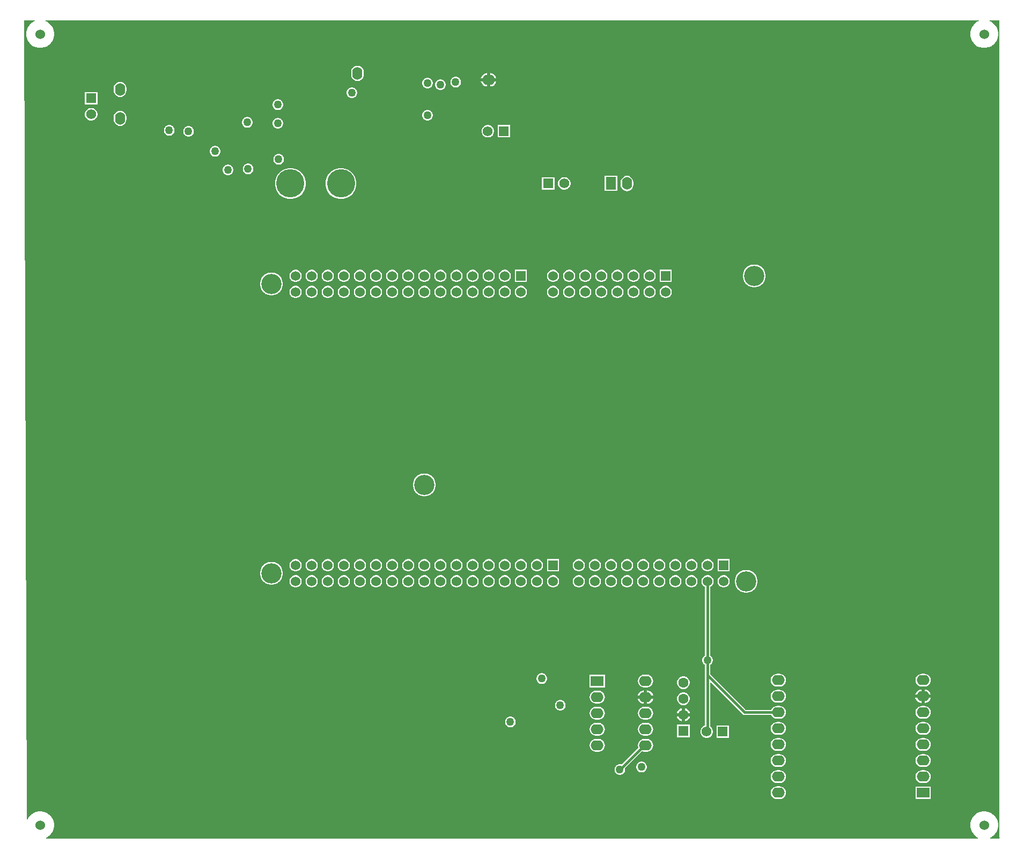
<source format=gbr>
G04*
G04 #@! TF.GenerationSoftware,Altium Limited,Altium Designer,23.0.1 (38)*
G04*
G04 Layer_Physical_Order=3*
G04 Layer_Color=16440176*
%FSLAX25Y25*%
%MOIN*%
G70*
G04*
G04 #@! TF.SameCoordinates,96643D2F-BE8E-4E12-8B93-A60CB91944C5*
G04*
G04*
G04 #@! TF.FilePolarity,Positive*
G04*
G01*
G75*
%ADD29C,0.06181*%
%ADD30R,0.06181X0.06181*%
%ADD31R,0.06181X0.06181*%
%ADD32C,0.01500*%
%ADD33C,0.06000*%
%ADD34C,0.17559*%
%ADD35R,0.06299X0.07874*%
%ADD36O,0.06299X0.07874*%
%ADD37C,0.06024*%
%ADD38R,0.06024X0.06024*%
%ADD39C,0.12598*%
%ADD40O,0.07874X0.06299*%
%ADD41R,0.07874X0.06299*%
%ADD42R,0.06299X0.06299*%
%ADD43C,0.06299*%
%ADD44C,0.05000*%
G36*
X608000Y4000D02*
X608038Y3962D01*
X607847Y3500D01*
X602275D01*
X602178Y3990D01*
X602528Y4135D01*
X603946Y5083D01*
X605153Y6290D01*
X606101Y7708D01*
X606754Y9285D01*
X607087Y10958D01*
Y12664D01*
X606754Y14337D01*
X606101Y15914D01*
X605153Y17332D01*
X603946Y18539D01*
X602528Y19487D01*
X600952Y20140D01*
X599278Y20472D01*
X597572D01*
X595899Y20140D01*
X594322Y19487D01*
X592904Y18539D01*
X591697Y17332D01*
X590750Y15914D01*
X590097Y14337D01*
X589764Y12664D01*
Y10958D01*
X590097Y9285D01*
X590750Y7708D01*
X591697Y6290D01*
X592904Y5083D01*
X594322Y4135D01*
X594672Y3990D01*
X594575Y3500D01*
X15661D01*
X15564Y3990D01*
X15914Y4135D01*
X17332Y5083D01*
X18539Y6290D01*
X19487Y7708D01*
X20140Y9285D01*
X20472Y10958D01*
Y12664D01*
X20140Y14337D01*
X19487Y15914D01*
X18539Y17332D01*
X17332Y18539D01*
X15914Y19487D01*
X14337Y20140D01*
X12664Y20472D01*
X10958D01*
X9285Y20140D01*
X7708Y19487D01*
X6290Y18539D01*
X5083Y17332D01*
X4135Y15914D01*
X3965Y15502D01*
X3464Y15600D01*
X2002Y512344D01*
X2374Y512499D01*
X2502Y512500D01*
X8544D01*
X8643Y512000D01*
X7708Y511613D01*
X6290Y510665D01*
X5083Y509458D01*
X4135Y508040D01*
X3483Y506463D01*
X3150Y504790D01*
Y503084D01*
X3483Y501411D01*
X4135Y499834D01*
X5083Y498416D01*
X6290Y497209D01*
X7708Y496261D01*
X9285Y495608D01*
X10958Y495276D01*
X12664D01*
X14337Y495608D01*
X15914Y496261D01*
X17332Y497209D01*
X18539Y498416D01*
X19487Y499834D01*
X20140Y501411D01*
X20472Y503084D01*
Y504790D01*
X20140Y506463D01*
X19487Y508040D01*
X18539Y509458D01*
X17332Y510665D01*
X15914Y511613D01*
X14979Y512000D01*
X15078Y512500D01*
X595158D01*
X595258Y512000D01*
X594322Y511613D01*
X592904Y510665D01*
X591697Y509458D01*
X590750Y508040D01*
X590097Y506463D01*
X589764Y504790D01*
Y503084D01*
X590097Y501411D01*
X590750Y499834D01*
X591697Y498416D01*
X592904Y497209D01*
X594322Y496261D01*
X595899Y495608D01*
X597572Y495276D01*
X599278D01*
X600952Y495608D01*
X602528Y496261D01*
X603946Y497209D01*
X605153Y498416D01*
X606101Y499834D01*
X606754Y501411D01*
X607087Y503084D01*
Y504790D01*
X606754Y506463D01*
X606101Y508040D01*
X605153Y509458D01*
X603946Y510665D01*
X602528Y511613D01*
X601593Y512000D01*
X601692Y512500D01*
X608000D01*
Y4000D01*
D02*
G37*
%LPC*%
G36*
X291500Y479657D02*
Y476500D01*
X295341D01*
X295330Y476583D01*
X294912Y477593D01*
X294247Y478460D01*
X293380Y479125D01*
X292371Y479543D01*
X291500Y479657D01*
D02*
G37*
G36*
X289500D02*
X288629Y479543D01*
X287620Y479125D01*
X286753Y478460D01*
X286088Y477593D01*
X285670Y476583D01*
X285659Y476500D01*
X289500D01*
Y479657D01*
D02*
G37*
G36*
X209000Y484258D02*
X207972Y484123D01*
X207014Y483726D01*
X206192Y483095D01*
X205561Y482273D01*
X205164Y481315D01*
X205029Y480287D01*
Y478713D01*
X205164Y477685D01*
X205561Y476727D01*
X206192Y475905D01*
X207014Y475274D01*
X207972Y474877D01*
X209000Y474742D01*
X210028Y474877D01*
X210985Y475274D01*
X211808Y475905D01*
X212439Y476727D01*
X212836Y477685D01*
X212971Y478713D01*
Y480287D01*
X212836Y481315D01*
X212439Y482273D01*
X211808Y483095D01*
X210985Y483726D01*
X210028Y484123D01*
X209000Y484258D01*
D02*
G37*
G36*
X295341Y474500D02*
X291500D01*
Y471343D01*
X292371Y471457D01*
X293380Y471875D01*
X294247Y472541D01*
X294912Y473407D01*
X295330Y474417D01*
X295341Y474500D01*
D02*
G37*
G36*
X289500D02*
X285659D01*
X285670Y474417D01*
X286088Y473407D01*
X286753Y472541D01*
X287620Y471875D01*
X288629Y471457D01*
X289500Y471343D01*
Y474500D01*
D02*
G37*
G36*
X270433Y477287D02*
X269567D01*
X268731Y477063D01*
X267982Y476631D01*
X267369Y476018D01*
X266937Y475269D01*
X266713Y474433D01*
Y473567D01*
X266937Y472731D01*
X267369Y471981D01*
X267982Y471369D01*
X268731Y470937D01*
X269567Y470713D01*
X270433D01*
X271269Y470937D01*
X272019Y471369D01*
X272631Y471981D01*
X273063Y472731D01*
X273287Y473567D01*
Y474433D01*
X273063Y475269D01*
X272631Y476018D01*
X272019Y476631D01*
X271269Y477063D01*
X270433Y477287D01*
D02*
G37*
G36*
X252933Y476787D02*
X252067D01*
X251231Y476563D01*
X250482Y476131D01*
X249869Y475519D01*
X249437Y474769D01*
X249213Y473933D01*
Y473067D01*
X249437Y472231D01*
X249869Y471482D01*
X250482Y470869D01*
X251231Y470437D01*
X252067Y470213D01*
X252933D01*
X253769Y470437D01*
X254519Y470869D01*
X255131Y471482D01*
X255563Y472231D01*
X255787Y473067D01*
Y473933D01*
X255563Y474769D01*
X255131Y475519D01*
X254519Y476131D01*
X253769Y476563D01*
X252933Y476787D01*
D02*
G37*
G36*
X260933Y475787D02*
X260067D01*
X259231Y475563D01*
X258482Y475131D01*
X257869Y474518D01*
X257437Y473769D01*
X257213Y472933D01*
Y472067D01*
X257437Y471231D01*
X257869Y470481D01*
X258482Y469869D01*
X259231Y469437D01*
X260067Y469213D01*
X260933D01*
X261769Y469437D01*
X262519Y469869D01*
X263131Y470481D01*
X263563Y471231D01*
X263787Y472067D01*
Y472933D01*
X263563Y473769D01*
X263131Y474518D01*
X262519Y475131D01*
X261769Y475563D01*
X260933Y475787D01*
D02*
G37*
G36*
X61500Y474258D02*
X60472Y474123D01*
X59514Y473726D01*
X58692Y473095D01*
X58061Y472273D01*
X57664Y471315D01*
X57529Y470287D01*
Y468713D01*
X57664Y467685D01*
X58061Y466727D01*
X58692Y465905D01*
X59514Y465274D01*
X60472Y464877D01*
X61500Y464742D01*
X62528Y464877D01*
X63485Y465274D01*
X64308Y465905D01*
X64939Y466727D01*
X65336Y467685D01*
X65471Y468713D01*
Y470287D01*
X65336Y471315D01*
X64939Y472273D01*
X64308Y473095D01*
X63485Y473726D01*
X62528Y474123D01*
X61500Y474258D01*
D02*
G37*
G36*
X205933Y470787D02*
X205067D01*
X204231Y470563D01*
X203482Y470131D01*
X202869Y469519D01*
X202437Y468769D01*
X202213Y467933D01*
Y467067D01*
X202437Y466231D01*
X202869Y465482D01*
X203482Y464869D01*
X204231Y464437D01*
X205067Y464213D01*
X205933D01*
X206769Y464437D01*
X207519Y464869D01*
X208131Y465482D01*
X208563Y466231D01*
X208787Y467067D01*
Y467933D01*
X208563Y468769D01*
X208131Y469519D01*
X207519Y470131D01*
X206769Y470563D01*
X205933Y470787D01*
D02*
G37*
G36*
X47378Y467878D02*
X39622D01*
Y460122D01*
X47378D01*
Y467878D01*
D02*
G37*
G36*
X159933Y463287D02*
X159067D01*
X158231Y463063D01*
X157482Y462631D01*
X156869Y462018D01*
X156437Y461269D01*
X156213Y460433D01*
Y459567D01*
X156437Y458731D01*
X156869Y457981D01*
X157482Y457369D01*
X158231Y456937D01*
X159067Y456713D01*
X159933D01*
X160769Y456937D01*
X161519Y457369D01*
X162131Y457981D01*
X162563Y458731D01*
X162787Y459567D01*
Y460433D01*
X162563Y461269D01*
X162131Y462018D01*
X161519Y462631D01*
X160769Y463063D01*
X159933Y463287D01*
D02*
G37*
G36*
X252933Y456787D02*
X252067D01*
X251231Y456563D01*
X250482Y456131D01*
X249869Y455518D01*
X249437Y454769D01*
X249213Y453933D01*
Y453067D01*
X249437Y452231D01*
X249869Y451481D01*
X250482Y450869D01*
X251231Y450437D01*
X252067Y450213D01*
X252933D01*
X253769Y450437D01*
X254519Y450869D01*
X255131Y451481D01*
X255563Y452231D01*
X255787Y453067D01*
Y453933D01*
X255563Y454769D01*
X255131Y455518D01*
X254519Y456131D01*
X253769Y456563D01*
X252933Y456787D01*
D02*
G37*
G36*
X44010Y457878D02*
X42990D01*
X42003Y457614D01*
X41119Y457103D01*
X40397Y456381D01*
X39886Y455497D01*
X39622Y454510D01*
Y453489D01*
X39886Y452503D01*
X40397Y451619D01*
X41119Y450897D01*
X42003Y450386D01*
X42990Y450122D01*
X44010D01*
X44997Y450386D01*
X45881Y450897D01*
X46603Y451619D01*
X47114Y452503D01*
X47378Y453489D01*
Y454510D01*
X47114Y455497D01*
X46603Y456381D01*
X45881Y457103D01*
X44997Y457614D01*
X44010Y457878D01*
D02*
G37*
G36*
X61500Y456258D02*
X60472Y456123D01*
X59514Y455726D01*
X58692Y455095D01*
X58061Y454273D01*
X57664Y453315D01*
X57529Y452287D01*
Y450713D01*
X57664Y449685D01*
X58061Y448727D01*
X58692Y447905D01*
X59514Y447274D01*
X60472Y446877D01*
X61500Y446742D01*
X62528Y446877D01*
X63485Y447274D01*
X64308Y447905D01*
X64939Y448727D01*
X65336Y449685D01*
X65471Y450713D01*
Y452287D01*
X65336Y453315D01*
X64939Y454273D01*
X64308Y455095D01*
X63485Y455726D01*
X62528Y456123D01*
X61500Y456258D01*
D02*
G37*
G36*
X140933Y452287D02*
X140067D01*
X139231Y452063D01*
X138481Y451631D01*
X137869Y451018D01*
X137437Y450269D01*
X137213Y449433D01*
Y448567D01*
X137437Y447731D01*
X137869Y446981D01*
X138481Y446369D01*
X139231Y445937D01*
X140067Y445713D01*
X140933D01*
X141769Y445937D01*
X142518Y446369D01*
X143131Y446981D01*
X143563Y447731D01*
X143787Y448567D01*
Y449433D01*
X143563Y450269D01*
X143131Y451018D01*
X142518Y451631D01*
X141769Y452063D01*
X140933Y452287D01*
D02*
G37*
G36*
X159933Y451787D02*
X159067D01*
X158231Y451563D01*
X157482Y451131D01*
X156869Y450519D01*
X156437Y449769D01*
X156213Y448933D01*
Y448067D01*
X156437Y447231D01*
X156869Y446482D01*
X157482Y445869D01*
X158231Y445437D01*
X159067Y445213D01*
X159933D01*
X160769Y445437D01*
X161519Y445869D01*
X162131Y446482D01*
X162563Y447231D01*
X162787Y448067D01*
Y448933D01*
X162563Y449769D01*
X162131Y450519D01*
X161519Y451131D01*
X160769Y451563D01*
X159933Y451787D01*
D02*
G37*
G36*
X92433Y447287D02*
X91567D01*
X90731Y447063D01*
X89982Y446631D01*
X89369Y446019D01*
X88937Y445269D01*
X88713Y444433D01*
Y443567D01*
X88937Y442731D01*
X89369Y441982D01*
X89982Y441369D01*
X90731Y440937D01*
X91567Y440713D01*
X92433D01*
X93269Y440937D01*
X94019Y441369D01*
X94631Y441982D01*
X95063Y442731D01*
X95287Y443567D01*
Y444433D01*
X95063Y445269D01*
X94631Y446019D01*
X94019Y446631D01*
X93269Y447063D01*
X92433Y447287D01*
D02*
G37*
G36*
X104433Y446787D02*
X103567D01*
X102731Y446563D01*
X101981Y446131D01*
X101369Y445518D01*
X100937Y444769D01*
X100713Y443933D01*
Y443067D01*
X100937Y442231D01*
X101369Y441481D01*
X101981Y440869D01*
X102731Y440437D01*
X103567Y440213D01*
X104433D01*
X105269Y440437D01*
X106018Y440869D01*
X106631Y441481D01*
X107063Y442231D01*
X107287Y443067D01*
Y443933D01*
X107063Y444769D01*
X106631Y445518D01*
X106018Y446131D01*
X105269Y446563D01*
X104433Y446787D01*
D02*
G37*
G36*
X303878Y447378D02*
X296122D01*
Y439622D01*
X303878D01*
Y447378D01*
D02*
G37*
G36*
X290511D02*
X289490D01*
X288503Y447114D01*
X287619Y446603D01*
X286897Y445881D01*
X286386Y444997D01*
X286122Y444010D01*
Y442989D01*
X286386Y442003D01*
X286897Y441119D01*
X287619Y440397D01*
X288503Y439886D01*
X289490Y439622D01*
X290511D01*
X291497Y439886D01*
X292381Y440397D01*
X293103Y441119D01*
X293614Y442003D01*
X293878Y442989D01*
Y444010D01*
X293614Y444997D01*
X293103Y445881D01*
X292381Y446603D01*
X291497Y447114D01*
X290511Y447378D01*
D02*
G37*
G36*
X120933Y434287D02*
X120067D01*
X119231Y434063D01*
X118482Y433631D01*
X117869Y433018D01*
X117437Y432269D01*
X117213Y431433D01*
Y430567D01*
X117437Y429731D01*
X117869Y428981D01*
X118482Y428369D01*
X119231Y427937D01*
X120067Y427713D01*
X120933D01*
X121769Y427937D01*
X122519Y428369D01*
X123131Y428981D01*
X123563Y429731D01*
X123787Y430567D01*
Y431433D01*
X123563Y432269D01*
X123131Y433018D01*
X122519Y433631D01*
X121769Y434063D01*
X120933Y434287D01*
D02*
G37*
G36*
X160433Y429287D02*
X159567D01*
X158731Y429063D01*
X157982Y428631D01*
X157369Y428019D01*
X156937Y427269D01*
X156713Y426433D01*
Y425567D01*
X156937Y424731D01*
X157369Y423982D01*
X157982Y423369D01*
X158731Y422937D01*
X159567Y422713D01*
X160433D01*
X161269Y422937D01*
X162019Y423369D01*
X162631Y423982D01*
X163063Y424731D01*
X163287Y425567D01*
Y426433D01*
X163063Y427269D01*
X162631Y428019D01*
X162019Y428631D01*
X161269Y429063D01*
X160433Y429287D01*
D02*
G37*
G36*
X141433Y423287D02*
X140567D01*
X139731Y423063D01*
X138981Y422631D01*
X138369Y422018D01*
X137937Y421269D01*
X137713Y420433D01*
Y419567D01*
X137937Y418731D01*
X138369Y417981D01*
X138981Y417369D01*
X139731Y416937D01*
X140567Y416713D01*
X141433D01*
X142269Y416937D01*
X143018Y417369D01*
X143631Y417981D01*
X144063Y418731D01*
X144287Y419567D01*
Y420433D01*
X144063Y421269D01*
X143631Y422018D01*
X143018Y422631D01*
X142269Y423063D01*
X141433Y423287D01*
D02*
G37*
G36*
X128933Y422787D02*
X128067D01*
X127231Y422563D01*
X126481Y422131D01*
X125869Y421519D01*
X125437Y420769D01*
X125213Y419933D01*
Y419067D01*
X125437Y418231D01*
X125869Y417482D01*
X126481Y416869D01*
X127231Y416437D01*
X128067Y416213D01*
X128933D01*
X129769Y416437D01*
X130518Y416869D01*
X131131Y417482D01*
X131563Y418231D01*
X131787Y419067D01*
Y419933D01*
X131563Y420769D01*
X131131Y421519D01*
X130518Y422131D01*
X129769Y422563D01*
X128933Y422787D01*
D02*
G37*
G36*
X338011Y414878D02*
X336989D01*
X336003Y414614D01*
X335119Y414103D01*
X334397Y413381D01*
X333886Y412497D01*
X333622Y411511D01*
Y410490D01*
X333886Y409503D01*
X334397Y408619D01*
X335119Y407897D01*
X336003Y407386D01*
X336989Y407122D01*
X338011D01*
X338997Y407386D01*
X339881Y407897D01*
X340603Y408619D01*
X341114Y409503D01*
X341378Y410490D01*
Y411511D01*
X341114Y412497D01*
X340603Y413381D01*
X339881Y414103D01*
X338997Y414614D01*
X338011Y414878D01*
D02*
G37*
G36*
X331378D02*
X323622D01*
Y407122D01*
X331378D01*
Y414878D01*
D02*
G37*
G36*
X370437Y415724D02*
X362563D01*
Y406276D01*
X370437D01*
Y415724D01*
D02*
G37*
G36*
X376500Y415758D02*
X375472Y415623D01*
X374515Y415226D01*
X373692Y414595D01*
X373061Y413773D01*
X372664Y412815D01*
X372529Y411787D01*
Y410213D01*
X372664Y409185D01*
X373061Y408227D01*
X373692Y407405D01*
X374515Y406774D01*
X375472Y406377D01*
X376500Y406242D01*
X377528Y406377D01*
X378485Y406774D01*
X379308Y407405D01*
X379939Y408227D01*
X380336Y409185D01*
X380471Y410213D01*
Y411787D01*
X380336Y412815D01*
X379939Y413773D01*
X379308Y414595D01*
X378485Y415226D01*
X377528Y415623D01*
X376500Y415758D01*
D02*
G37*
G36*
X199690Y420567D02*
X197806D01*
X195958Y420199D01*
X194216Y419478D01*
X192649Y418431D01*
X191317Y417099D01*
X190270Y415532D01*
X189549Y413791D01*
X189181Y411942D01*
Y410058D01*
X189549Y408209D01*
X190270Y406468D01*
X191317Y404901D01*
X192649Y403569D01*
X194216Y402522D01*
X195958Y401801D01*
X197806Y401433D01*
X199690D01*
X201539Y401801D01*
X203280Y402522D01*
X204847Y403569D01*
X206179Y404901D01*
X207226Y406468D01*
X207947Y408209D01*
X208315Y410058D01*
Y411942D01*
X207947Y413791D01*
X207226Y415532D01*
X206179Y417099D01*
X204847Y418431D01*
X203280Y419478D01*
X201539Y420199D01*
X199690Y420567D01*
D02*
G37*
G36*
X168194D02*
X166310D01*
X164461Y420199D01*
X162720Y419478D01*
X161153Y418431D01*
X159821Y417099D01*
X158774Y415532D01*
X158053Y413791D01*
X157685Y411942D01*
Y410058D01*
X158053Y408209D01*
X158774Y406468D01*
X159821Y404901D01*
X161153Y403569D01*
X162720Y402522D01*
X164461Y401801D01*
X166310Y401433D01*
X168194D01*
X170043Y401801D01*
X171784Y402522D01*
X173351Y403569D01*
X174683Y404901D01*
X175730Y406468D01*
X176451Y408209D01*
X176819Y410058D01*
Y411942D01*
X176451Y413791D01*
X175730Y415532D01*
X174683Y417099D01*
X173351Y418431D01*
X171784Y419478D01*
X170043Y420199D01*
X168194Y420567D01*
D02*
G37*
G36*
X404319Y357299D02*
X396721D01*
Y349701D01*
X404319D01*
Y357299D01*
D02*
G37*
G36*
X391020D02*
X390019D01*
X389053Y357040D01*
X388187Y356540D01*
X387480Y355833D01*
X386979Y354966D01*
X386720Y354000D01*
Y353000D01*
X386979Y352034D01*
X387480Y351167D01*
X388187Y350460D01*
X389053Y349960D01*
X390019Y349701D01*
X391020D01*
X391986Y349960D01*
X392852Y350460D01*
X393560Y351167D01*
X394060Y352034D01*
X394319Y353000D01*
Y354000D01*
X394060Y354966D01*
X393560Y355833D01*
X392852Y356540D01*
X391986Y357040D01*
X391020Y357299D01*
D02*
G37*
G36*
X381020D02*
X380019D01*
X379053Y357040D01*
X378187Y356540D01*
X377480Y355833D01*
X376979Y354966D01*
X376720Y354000D01*
Y353000D01*
X376979Y352034D01*
X377480Y351167D01*
X378187Y350460D01*
X379053Y349960D01*
X380019Y349701D01*
X381020D01*
X381986Y349960D01*
X382853Y350460D01*
X383560Y351167D01*
X384060Y352034D01*
X384319Y353000D01*
Y354000D01*
X384060Y354966D01*
X383560Y355833D01*
X382853Y356540D01*
X381986Y357040D01*
X381020Y357299D01*
D02*
G37*
G36*
X371020D02*
X370020D01*
X369053Y357040D01*
X368187Y356540D01*
X367480Y355833D01*
X366979Y354966D01*
X366721Y354000D01*
Y353000D01*
X366979Y352034D01*
X367480Y351167D01*
X368187Y350460D01*
X369053Y349960D01*
X370020Y349701D01*
X371020D01*
X371986Y349960D01*
X372852Y350460D01*
X373560Y351167D01*
X374060Y352034D01*
X374319Y353000D01*
Y354000D01*
X374060Y354966D01*
X373560Y355833D01*
X372852Y356540D01*
X371986Y357040D01*
X371020Y357299D01*
D02*
G37*
G36*
X361020D02*
X360019D01*
X359053Y357040D01*
X358187Y356540D01*
X357480Y355833D01*
X356979Y354966D01*
X356720Y354000D01*
Y353000D01*
X356979Y352034D01*
X357480Y351167D01*
X358187Y350460D01*
X359053Y349960D01*
X360019Y349701D01*
X361020D01*
X361986Y349960D01*
X362853Y350460D01*
X363560Y351167D01*
X364060Y352034D01*
X364319Y353000D01*
Y354000D01*
X364060Y354966D01*
X363560Y355833D01*
X362853Y356540D01*
X361986Y357040D01*
X361020Y357299D01*
D02*
G37*
G36*
X351020D02*
X350020D01*
X349053Y357040D01*
X348187Y356540D01*
X347480Y355833D01*
X346979Y354966D01*
X346721Y354000D01*
Y353000D01*
X346979Y352034D01*
X347480Y351167D01*
X348187Y350460D01*
X349053Y349960D01*
X350020Y349701D01*
X351020D01*
X351986Y349960D01*
X352853Y350460D01*
X353560Y351167D01*
X354060Y352034D01*
X354319Y353000D01*
Y354000D01*
X354060Y354966D01*
X353560Y355833D01*
X352853Y356540D01*
X351986Y357040D01*
X351020Y357299D01*
D02*
G37*
G36*
X341020D02*
X340019D01*
X339053Y357040D01*
X338187Y356540D01*
X337480Y355833D01*
X336979Y354966D01*
X336720Y354000D01*
Y353000D01*
X336979Y352034D01*
X337480Y351167D01*
X338187Y350460D01*
X339053Y349960D01*
X340019Y349701D01*
X341020D01*
X341986Y349960D01*
X342852Y350460D01*
X343560Y351167D01*
X344060Y352034D01*
X344319Y353000D01*
Y354000D01*
X344060Y354966D01*
X343560Y355833D01*
X342852Y356540D01*
X341986Y357040D01*
X341020Y357299D01*
D02*
G37*
G36*
X331020D02*
X330019D01*
X329053Y357040D01*
X328187Y356540D01*
X327480Y355833D01*
X326979Y354966D01*
X326720Y354000D01*
Y353000D01*
X326979Y352034D01*
X327480Y351167D01*
X328187Y350460D01*
X329053Y349960D01*
X330019Y349701D01*
X331020D01*
X331986Y349960D01*
X332853Y350460D01*
X333560Y351167D01*
X334060Y352034D01*
X334319Y353000D01*
Y354000D01*
X334060Y354966D01*
X333560Y355833D01*
X332853Y356540D01*
X331986Y357040D01*
X331020Y357299D01*
D02*
G37*
G36*
X314319D02*
X306720D01*
Y349701D01*
X314319D01*
Y357299D01*
D02*
G37*
G36*
X301020D02*
X300020D01*
X299053Y357040D01*
X298187Y356540D01*
X297480Y355833D01*
X296979Y354966D01*
X296721Y354000D01*
Y353000D01*
X296979Y352034D01*
X297480Y351167D01*
X298187Y350460D01*
X299053Y349960D01*
X300020Y349701D01*
X301020D01*
X301986Y349960D01*
X302853Y350460D01*
X303560Y351167D01*
X304060Y352034D01*
X304319Y353000D01*
Y354000D01*
X304060Y354966D01*
X303560Y355833D01*
X302853Y356540D01*
X301986Y357040D01*
X301020Y357299D01*
D02*
G37*
G36*
X291020D02*
X290019D01*
X289053Y357040D01*
X288187Y356540D01*
X287480Y355833D01*
X286979Y354966D01*
X286720Y354000D01*
Y353000D01*
X286979Y352034D01*
X287480Y351167D01*
X288187Y350460D01*
X289053Y349960D01*
X290019Y349701D01*
X291020D01*
X291986Y349960D01*
X292852Y350460D01*
X293560Y351167D01*
X294060Y352034D01*
X294319Y353000D01*
Y354000D01*
X294060Y354966D01*
X293560Y355833D01*
X292852Y356540D01*
X291986Y357040D01*
X291020Y357299D01*
D02*
G37*
G36*
X281020D02*
X280019D01*
X279053Y357040D01*
X278187Y356540D01*
X277480Y355833D01*
X276979Y354966D01*
X276720Y354000D01*
Y353000D01*
X276979Y352034D01*
X277480Y351167D01*
X278187Y350460D01*
X279053Y349960D01*
X280019Y349701D01*
X281020D01*
X281986Y349960D01*
X282853Y350460D01*
X283560Y351167D01*
X284060Y352034D01*
X284319Y353000D01*
Y354000D01*
X284060Y354966D01*
X283560Y355833D01*
X282853Y356540D01*
X281986Y357040D01*
X281020Y357299D01*
D02*
G37*
G36*
X271020D02*
X270020D01*
X269053Y357040D01*
X268187Y356540D01*
X267480Y355833D01*
X266979Y354966D01*
X266721Y354000D01*
Y353000D01*
X266979Y352034D01*
X267480Y351167D01*
X268187Y350460D01*
X269053Y349960D01*
X270020Y349701D01*
X271020D01*
X271986Y349960D01*
X272852Y350460D01*
X273560Y351167D01*
X274060Y352034D01*
X274319Y353000D01*
Y354000D01*
X274060Y354966D01*
X273560Y355833D01*
X272852Y356540D01*
X271986Y357040D01*
X271020Y357299D01*
D02*
G37*
G36*
X261020D02*
X260019D01*
X259053Y357040D01*
X258187Y356540D01*
X257480Y355833D01*
X256979Y354966D01*
X256720Y354000D01*
Y353000D01*
X256979Y352034D01*
X257480Y351167D01*
X258187Y350460D01*
X259053Y349960D01*
X260019Y349701D01*
X261020D01*
X261986Y349960D01*
X262853Y350460D01*
X263560Y351167D01*
X264060Y352034D01*
X264319Y353000D01*
Y354000D01*
X264060Y354966D01*
X263560Y355833D01*
X262853Y356540D01*
X261986Y357040D01*
X261020Y357299D01*
D02*
G37*
G36*
X251020D02*
X250020D01*
X249053Y357040D01*
X248187Y356540D01*
X247480Y355833D01*
X246979Y354966D01*
X246721Y354000D01*
Y353000D01*
X246979Y352034D01*
X247480Y351167D01*
X248187Y350460D01*
X249053Y349960D01*
X250020Y349701D01*
X251020D01*
X251986Y349960D01*
X252853Y350460D01*
X253560Y351167D01*
X254060Y352034D01*
X254319Y353000D01*
Y354000D01*
X254060Y354966D01*
X253560Y355833D01*
X252853Y356540D01*
X251986Y357040D01*
X251020Y357299D01*
D02*
G37*
G36*
X241020D02*
X240019D01*
X239053Y357040D01*
X238187Y356540D01*
X237480Y355833D01*
X236979Y354966D01*
X236720Y354000D01*
Y353000D01*
X236979Y352034D01*
X237480Y351167D01*
X238187Y350460D01*
X239053Y349960D01*
X240019Y349701D01*
X241020D01*
X241986Y349960D01*
X242852Y350460D01*
X243560Y351167D01*
X244060Y352034D01*
X244319Y353000D01*
Y354000D01*
X244060Y354966D01*
X243560Y355833D01*
X242852Y356540D01*
X241986Y357040D01*
X241020Y357299D01*
D02*
G37*
G36*
X231020D02*
X230019D01*
X229053Y357040D01*
X228187Y356540D01*
X227480Y355833D01*
X226979Y354966D01*
X226720Y354000D01*
Y353000D01*
X226979Y352034D01*
X227480Y351167D01*
X228187Y350460D01*
X229053Y349960D01*
X230019Y349701D01*
X231020D01*
X231986Y349960D01*
X232853Y350460D01*
X233560Y351167D01*
X234060Y352034D01*
X234319Y353000D01*
Y354000D01*
X234060Y354966D01*
X233560Y355833D01*
X232853Y356540D01*
X231986Y357040D01*
X231020Y357299D01*
D02*
G37*
G36*
X221020D02*
X220020D01*
X219053Y357040D01*
X218187Y356540D01*
X217480Y355833D01*
X216979Y354966D01*
X216721Y354000D01*
Y353000D01*
X216979Y352034D01*
X217480Y351167D01*
X218187Y350460D01*
X219053Y349960D01*
X220020Y349701D01*
X221020D01*
X221986Y349960D01*
X222852Y350460D01*
X223560Y351167D01*
X224060Y352034D01*
X224319Y353000D01*
Y354000D01*
X224060Y354966D01*
X223560Y355833D01*
X222852Y356540D01*
X221986Y357040D01*
X221020Y357299D01*
D02*
G37*
G36*
X211020D02*
X210019D01*
X209053Y357040D01*
X208187Y356540D01*
X207480Y355833D01*
X206979Y354966D01*
X206720Y354000D01*
Y353000D01*
X206979Y352034D01*
X207480Y351167D01*
X208187Y350460D01*
X209053Y349960D01*
X210019Y349701D01*
X211020D01*
X211986Y349960D01*
X212853Y350460D01*
X213560Y351167D01*
X214060Y352034D01*
X214319Y353000D01*
Y354000D01*
X214060Y354966D01*
X213560Y355833D01*
X212853Y356540D01*
X211986Y357040D01*
X211020Y357299D01*
D02*
G37*
G36*
X201020D02*
X200020D01*
X199053Y357040D01*
X198187Y356540D01*
X197480Y355833D01*
X196979Y354966D01*
X196721Y354000D01*
Y353000D01*
X196979Y352034D01*
X197480Y351167D01*
X198187Y350460D01*
X199053Y349960D01*
X200020Y349701D01*
X201020D01*
X201986Y349960D01*
X202853Y350460D01*
X203560Y351167D01*
X204060Y352034D01*
X204319Y353000D01*
Y354000D01*
X204060Y354966D01*
X203560Y355833D01*
X202853Y356540D01*
X201986Y357040D01*
X201020Y357299D01*
D02*
G37*
G36*
X191020D02*
X190020D01*
X189053Y357040D01*
X188187Y356540D01*
X187480Y355833D01*
X186979Y354966D01*
X186721Y354000D01*
Y353000D01*
X186979Y352034D01*
X187480Y351167D01*
X188187Y350460D01*
X189053Y349960D01*
X190020Y349701D01*
X191020D01*
X191986Y349960D01*
X192852Y350460D01*
X193560Y351167D01*
X194060Y352034D01*
X194319Y353000D01*
Y354000D01*
X194060Y354966D01*
X193560Y355833D01*
X192852Y356540D01*
X191986Y357040D01*
X191020Y357299D01*
D02*
G37*
G36*
X181020D02*
X180019D01*
X179053Y357040D01*
X178187Y356540D01*
X177480Y355833D01*
X176979Y354966D01*
X176720Y354000D01*
Y353000D01*
X176979Y352034D01*
X177480Y351167D01*
X178187Y350460D01*
X179053Y349960D01*
X180019Y349701D01*
X181020D01*
X181986Y349960D01*
X182852Y350460D01*
X183560Y351167D01*
X184060Y352034D01*
X184319Y353000D01*
Y354000D01*
X184060Y354966D01*
X183560Y355833D01*
X182852Y356540D01*
X181986Y357040D01*
X181020Y357299D01*
D02*
G37*
G36*
X171020D02*
X170019D01*
X169053Y357040D01*
X168187Y356540D01*
X167480Y355833D01*
X166979Y354966D01*
X166720Y354000D01*
Y353000D01*
X166979Y352034D01*
X167480Y351167D01*
X168187Y350460D01*
X169053Y349960D01*
X170019Y349701D01*
X171020D01*
X171986Y349960D01*
X172853Y350460D01*
X173560Y351167D01*
X174060Y352034D01*
X174319Y353000D01*
Y354000D01*
X174060Y354966D01*
X173560Y355833D01*
X172853Y356540D01*
X171986Y357040D01*
X171020Y357299D01*
D02*
G37*
G36*
X456218Y360587D02*
X454822D01*
X453453Y360314D01*
X452163Y359780D01*
X451002Y359004D01*
X450015Y358017D01*
X449240Y356857D01*
X448705Y355567D01*
X448433Y354198D01*
Y352802D01*
X448705Y351433D01*
X449240Y350143D01*
X450015Y348983D01*
X451002Y347995D01*
X452163Y347220D01*
X453453Y346686D01*
X454822Y346413D01*
X456218D01*
X457587Y346686D01*
X458877Y347220D01*
X460037Y347995D01*
X461024Y348983D01*
X461800Y350143D01*
X462334Y351433D01*
X462606Y352802D01*
Y354198D01*
X462334Y355567D01*
X461800Y356857D01*
X461024Y358017D01*
X460037Y359004D01*
X458877Y359780D01*
X457587Y360314D01*
X456218Y360587D01*
D02*
G37*
G36*
X156218Y355587D02*
X154822D01*
X153453Y355314D01*
X152163Y354780D01*
X151002Y354005D01*
X150015Y353017D01*
X149240Y351857D01*
X148705Y350567D01*
X148433Y349198D01*
Y347802D01*
X148705Y346433D01*
X149240Y345143D01*
X150015Y343983D01*
X151002Y342996D01*
X152163Y342220D01*
X153453Y341686D01*
X154822Y341413D01*
X156218D01*
X157587Y341686D01*
X158877Y342220D01*
X160037Y342996D01*
X161024Y343983D01*
X161800Y345143D01*
X162334Y346433D01*
X162606Y347802D01*
Y349198D01*
X162334Y350567D01*
X161800Y351857D01*
X161024Y353017D01*
X160037Y354005D01*
X158877Y354780D01*
X157587Y355314D01*
X156218Y355587D01*
D02*
G37*
G36*
X401020Y347299D02*
X400020D01*
X399053Y347040D01*
X398187Y346540D01*
X397480Y345833D01*
X396979Y344966D01*
X396721Y344000D01*
Y343000D01*
X396979Y342034D01*
X397480Y341167D01*
X398187Y340460D01*
X399053Y339960D01*
X400020Y339701D01*
X401020D01*
X401986Y339960D01*
X402852Y340460D01*
X403560Y341167D01*
X404060Y342034D01*
X404319Y343000D01*
Y344000D01*
X404060Y344966D01*
X403560Y345833D01*
X402852Y346540D01*
X401986Y347040D01*
X401020Y347299D01*
D02*
G37*
G36*
X391020D02*
X390019D01*
X389053Y347040D01*
X388187Y346540D01*
X387480Y345833D01*
X386979Y344966D01*
X386720Y344000D01*
Y343000D01*
X386979Y342034D01*
X387480Y341167D01*
X388187Y340460D01*
X389053Y339960D01*
X390019Y339701D01*
X391020D01*
X391986Y339960D01*
X392852Y340460D01*
X393560Y341167D01*
X394060Y342034D01*
X394319Y343000D01*
Y344000D01*
X394060Y344966D01*
X393560Y345833D01*
X392852Y346540D01*
X391986Y347040D01*
X391020Y347299D01*
D02*
G37*
G36*
X381020D02*
X380019D01*
X379053Y347040D01*
X378187Y346540D01*
X377480Y345833D01*
X376979Y344966D01*
X376720Y344000D01*
Y343000D01*
X376979Y342034D01*
X377480Y341167D01*
X378187Y340460D01*
X379053Y339960D01*
X380019Y339701D01*
X381020D01*
X381986Y339960D01*
X382853Y340460D01*
X383560Y341167D01*
X384060Y342034D01*
X384319Y343000D01*
Y344000D01*
X384060Y344966D01*
X383560Y345833D01*
X382853Y346540D01*
X381986Y347040D01*
X381020Y347299D01*
D02*
G37*
G36*
X371020D02*
X370020D01*
X369053Y347040D01*
X368187Y346540D01*
X367480Y345833D01*
X366979Y344966D01*
X366721Y344000D01*
Y343000D01*
X366979Y342034D01*
X367480Y341167D01*
X368187Y340460D01*
X369053Y339960D01*
X370020Y339701D01*
X371020D01*
X371986Y339960D01*
X372852Y340460D01*
X373560Y341167D01*
X374060Y342034D01*
X374319Y343000D01*
Y344000D01*
X374060Y344966D01*
X373560Y345833D01*
X372852Y346540D01*
X371986Y347040D01*
X371020Y347299D01*
D02*
G37*
G36*
X361020D02*
X360019D01*
X359053Y347040D01*
X358187Y346540D01*
X357480Y345833D01*
X356979Y344966D01*
X356720Y344000D01*
Y343000D01*
X356979Y342034D01*
X357480Y341167D01*
X358187Y340460D01*
X359053Y339960D01*
X360019Y339701D01*
X361020D01*
X361986Y339960D01*
X362853Y340460D01*
X363560Y341167D01*
X364060Y342034D01*
X364319Y343000D01*
Y344000D01*
X364060Y344966D01*
X363560Y345833D01*
X362853Y346540D01*
X361986Y347040D01*
X361020Y347299D01*
D02*
G37*
G36*
X351020D02*
X350020D01*
X349053Y347040D01*
X348187Y346540D01*
X347480Y345833D01*
X346979Y344966D01*
X346721Y344000D01*
Y343000D01*
X346979Y342034D01*
X347480Y341167D01*
X348187Y340460D01*
X349053Y339960D01*
X350020Y339701D01*
X351020D01*
X351986Y339960D01*
X352853Y340460D01*
X353560Y341167D01*
X354060Y342034D01*
X354319Y343000D01*
Y344000D01*
X354060Y344966D01*
X353560Y345833D01*
X352853Y346540D01*
X351986Y347040D01*
X351020Y347299D01*
D02*
G37*
G36*
X341020D02*
X340019D01*
X339053Y347040D01*
X338187Y346540D01*
X337480Y345833D01*
X336979Y344966D01*
X336720Y344000D01*
Y343000D01*
X336979Y342034D01*
X337480Y341167D01*
X338187Y340460D01*
X339053Y339960D01*
X340019Y339701D01*
X341020D01*
X341986Y339960D01*
X342852Y340460D01*
X343560Y341167D01*
X344060Y342034D01*
X344319Y343000D01*
Y344000D01*
X344060Y344966D01*
X343560Y345833D01*
X342852Y346540D01*
X341986Y347040D01*
X341020Y347299D01*
D02*
G37*
G36*
X331020D02*
X330019D01*
X329053Y347040D01*
X328187Y346540D01*
X327480Y345833D01*
X326979Y344966D01*
X326720Y344000D01*
Y343000D01*
X326979Y342034D01*
X327480Y341167D01*
X328187Y340460D01*
X329053Y339960D01*
X330019Y339701D01*
X331020D01*
X331986Y339960D01*
X332853Y340460D01*
X333560Y341167D01*
X334060Y342034D01*
X334319Y343000D01*
Y344000D01*
X334060Y344966D01*
X333560Y345833D01*
X332853Y346540D01*
X331986Y347040D01*
X331020Y347299D01*
D02*
G37*
G36*
X311020D02*
X310019D01*
X309053Y347040D01*
X308187Y346540D01*
X307480Y345833D01*
X306979Y344966D01*
X306720Y344000D01*
Y343000D01*
X306979Y342034D01*
X307480Y341167D01*
X308187Y340460D01*
X309053Y339960D01*
X310019Y339701D01*
X311020D01*
X311986Y339960D01*
X312853Y340460D01*
X313560Y341167D01*
X314060Y342034D01*
X314319Y343000D01*
Y344000D01*
X314060Y344966D01*
X313560Y345833D01*
X312853Y346540D01*
X311986Y347040D01*
X311020Y347299D01*
D02*
G37*
G36*
X301020D02*
X300020D01*
X299053Y347040D01*
X298187Y346540D01*
X297480Y345833D01*
X296979Y344966D01*
X296721Y344000D01*
Y343000D01*
X296979Y342034D01*
X297480Y341167D01*
X298187Y340460D01*
X299053Y339960D01*
X300020Y339701D01*
X301020D01*
X301986Y339960D01*
X302853Y340460D01*
X303560Y341167D01*
X304060Y342034D01*
X304319Y343000D01*
Y344000D01*
X304060Y344966D01*
X303560Y345833D01*
X302853Y346540D01*
X301986Y347040D01*
X301020Y347299D01*
D02*
G37*
G36*
X291020D02*
X290019D01*
X289053Y347040D01*
X288187Y346540D01*
X287480Y345833D01*
X286979Y344966D01*
X286720Y344000D01*
Y343000D01*
X286979Y342034D01*
X287480Y341167D01*
X288187Y340460D01*
X289053Y339960D01*
X290019Y339701D01*
X291020D01*
X291986Y339960D01*
X292852Y340460D01*
X293560Y341167D01*
X294060Y342034D01*
X294319Y343000D01*
Y344000D01*
X294060Y344966D01*
X293560Y345833D01*
X292852Y346540D01*
X291986Y347040D01*
X291020Y347299D01*
D02*
G37*
G36*
X281020D02*
X280019D01*
X279053Y347040D01*
X278187Y346540D01*
X277480Y345833D01*
X276979Y344966D01*
X276720Y344000D01*
Y343000D01*
X276979Y342034D01*
X277480Y341167D01*
X278187Y340460D01*
X279053Y339960D01*
X280019Y339701D01*
X281020D01*
X281986Y339960D01*
X282853Y340460D01*
X283560Y341167D01*
X284060Y342034D01*
X284319Y343000D01*
Y344000D01*
X284060Y344966D01*
X283560Y345833D01*
X282853Y346540D01*
X281986Y347040D01*
X281020Y347299D01*
D02*
G37*
G36*
X271020D02*
X270020D01*
X269053Y347040D01*
X268187Y346540D01*
X267480Y345833D01*
X266979Y344966D01*
X266721Y344000D01*
Y343000D01*
X266979Y342034D01*
X267480Y341167D01*
X268187Y340460D01*
X269053Y339960D01*
X270020Y339701D01*
X271020D01*
X271986Y339960D01*
X272852Y340460D01*
X273560Y341167D01*
X274060Y342034D01*
X274319Y343000D01*
Y344000D01*
X274060Y344966D01*
X273560Y345833D01*
X272852Y346540D01*
X271986Y347040D01*
X271020Y347299D01*
D02*
G37*
G36*
X261020D02*
X260019D01*
X259053Y347040D01*
X258187Y346540D01*
X257480Y345833D01*
X256979Y344966D01*
X256720Y344000D01*
Y343000D01*
X256979Y342034D01*
X257480Y341167D01*
X258187Y340460D01*
X259053Y339960D01*
X260019Y339701D01*
X261020D01*
X261986Y339960D01*
X262853Y340460D01*
X263560Y341167D01*
X264060Y342034D01*
X264319Y343000D01*
Y344000D01*
X264060Y344966D01*
X263560Y345833D01*
X262853Y346540D01*
X261986Y347040D01*
X261020Y347299D01*
D02*
G37*
G36*
X251020D02*
X250020D01*
X249053Y347040D01*
X248187Y346540D01*
X247480Y345833D01*
X246979Y344966D01*
X246721Y344000D01*
Y343000D01*
X246979Y342034D01*
X247480Y341167D01*
X248187Y340460D01*
X249053Y339960D01*
X250020Y339701D01*
X251020D01*
X251986Y339960D01*
X252853Y340460D01*
X253560Y341167D01*
X254060Y342034D01*
X254319Y343000D01*
Y344000D01*
X254060Y344966D01*
X253560Y345833D01*
X252853Y346540D01*
X251986Y347040D01*
X251020Y347299D01*
D02*
G37*
G36*
X241020D02*
X240019D01*
X239053Y347040D01*
X238187Y346540D01*
X237480Y345833D01*
X236979Y344966D01*
X236720Y344000D01*
Y343000D01*
X236979Y342034D01*
X237480Y341167D01*
X238187Y340460D01*
X239053Y339960D01*
X240019Y339701D01*
X241020D01*
X241986Y339960D01*
X242852Y340460D01*
X243560Y341167D01*
X244060Y342034D01*
X244319Y343000D01*
Y344000D01*
X244060Y344966D01*
X243560Y345833D01*
X242852Y346540D01*
X241986Y347040D01*
X241020Y347299D01*
D02*
G37*
G36*
X231020D02*
X230019D01*
X229053Y347040D01*
X228187Y346540D01*
X227480Y345833D01*
X226979Y344966D01*
X226720Y344000D01*
Y343000D01*
X226979Y342034D01*
X227480Y341167D01*
X228187Y340460D01*
X229053Y339960D01*
X230019Y339701D01*
X231020D01*
X231986Y339960D01*
X232853Y340460D01*
X233560Y341167D01*
X234060Y342034D01*
X234319Y343000D01*
Y344000D01*
X234060Y344966D01*
X233560Y345833D01*
X232853Y346540D01*
X231986Y347040D01*
X231020Y347299D01*
D02*
G37*
G36*
X221020D02*
X220020D01*
X219053Y347040D01*
X218187Y346540D01*
X217480Y345833D01*
X216979Y344966D01*
X216721Y344000D01*
Y343000D01*
X216979Y342034D01*
X217480Y341167D01*
X218187Y340460D01*
X219053Y339960D01*
X220020Y339701D01*
X221020D01*
X221986Y339960D01*
X222852Y340460D01*
X223560Y341167D01*
X224060Y342034D01*
X224319Y343000D01*
Y344000D01*
X224060Y344966D01*
X223560Y345833D01*
X222852Y346540D01*
X221986Y347040D01*
X221020Y347299D01*
D02*
G37*
G36*
X211020D02*
X210019D01*
X209053Y347040D01*
X208187Y346540D01*
X207480Y345833D01*
X206979Y344966D01*
X206720Y344000D01*
Y343000D01*
X206979Y342034D01*
X207480Y341167D01*
X208187Y340460D01*
X209053Y339960D01*
X210019Y339701D01*
X211020D01*
X211986Y339960D01*
X212853Y340460D01*
X213560Y341167D01*
X214060Y342034D01*
X214319Y343000D01*
Y344000D01*
X214060Y344966D01*
X213560Y345833D01*
X212853Y346540D01*
X211986Y347040D01*
X211020Y347299D01*
D02*
G37*
G36*
X201020D02*
X200020D01*
X199053Y347040D01*
X198187Y346540D01*
X197480Y345833D01*
X196979Y344966D01*
X196721Y344000D01*
Y343000D01*
X196979Y342034D01*
X197480Y341167D01*
X198187Y340460D01*
X199053Y339960D01*
X200020Y339701D01*
X201020D01*
X201986Y339960D01*
X202853Y340460D01*
X203560Y341167D01*
X204060Y342034D01*
X204319Y343000D01*
Y344000D01*
X204060Y344966D01*
X203560Y345833D01*
X202853Y346540D01*
X201986Y347040D01*
X201020Y347299D01*
D02*
G37*
G36*
X191020D02*
X190020D01*
X189053Y347040D01*
X188187Y346540D01*
X187480Y345833D01*
X186979Y344966D01*
X186721Y344000D01*
Y343000D01*
X186979Y342034D01*
X187480Y341167D01*
X188187Y340460D01*
X189053Y339960D01*
X190020Y339701D01*
X191020D01*
X191986Y339960D01*
X192852Y340460D01*
X193560Y341167D01*
X194060Y342034D01*
X194319Y343000D01*
Y344000D01*
X194060Y344966D01*
X193560Y345833D01*
X192852Y346540D01*
X191986Y347040D01*
X191020Y347299D01*
D02*
G37*
G36*
X181020D02*
X180019D01*
X179053Y347040D01*
X178187Y346540D01*
X177480Y345833D01*
X176979Y344966D01*
X176720Y344000D01*
Y343000D01*
X176979Y342034D01*
X177480Y341167D01*
X178187Y340460D01*
X179053Y339960D01*
X180019Y339701D01*
X181020D01*
X181986Y339960D01*
X182852Y340460D01*
X183560Y341167D01*
X184060Y342034D01*
X184319Y343000D01*
Y344000D01*
X184060Y344966D01*
X183560Y345833D01*
X182852Y346540D01*
X181986Y347040D01*
X181020Y347299D01*
D02*
G37*
G36*
X171020D02*
X170019D01*
X169053Y347040D01*
X168187Y346540D01*
X167480Y345833D01*
X166979Y344966D01*
X166720Y344000D01*
Y343000D01*
X166979Y342034D01*
X167480Y341167D01*
X168187Y340460D01*
X169053Y339960D01*
X170019Y339701D01*
X171020D01*
X171986Y339960D01*
X172853Y340460D01*
X173560Y341167D01*
X174060Y342034D01*
X174319Y343000D01*
Y344000D01*
X174060Y344966D01*
X173560Y345833D01*
X172853Y346540D01*
X171986Y347040D01*
X171020Y347299D01*
D02*
G37*
G36*
X251218Y230587D02*
X249822D01*
X248453Y230314D01*
X247163Y229780D01*
X246002Y229005D01*
X245015Y228017D01*
X244240Y226857D01*
X243705Y225567D01*
X243433Y224198D01*
Y222802D01*
X243705Y221433D01*
X244240Y220143D01*
X245015Y218983D01*
X246002Y217996D01*
X247163Y217220D01*
X248453Y216686D01*
X249822Y216413D01*
X251218D01*
X252587Y216686D01*
X253876Y217220D01*
X255037Y217996D01*
X256024Y218983D01*
X256800Y220143D01*
X257334Y221433D01*
X257606Y222802D01*
Y224198D01*
X257334Y225567D01*
X256800Y226857D01*
X256024Y228017D01*
X255037Y229005D01*
X253876Y229780D01*
X252587Y230314D01*
X251218Y230587D01*
D02*
G37*
G36*
X440319Y177299D02*
X432721D01*
Y169701D01*
X440319D01*
Y177299D01*
D02*
G37*
G36*
X427020D02*
X426019D01*
X425053Y177040D01*
X424187Y176540D01*
X423480Y175833D01*
X422979Y174966D01*
X422720Y174000D01*
Y173000D01*
X422979Y172034D01*
X423480Y171167D01*
X424187Y170460D01*
X425053Y169960D01*
X426019Y169701D01*
X427020D01*
X427986Y169960D01*
X428853Y170460D01*
X429560Y171167D01*
X430060Y172034D01*
X430319Y173000D01*
Y174000D01*
X430060Y174966D01*
X429560Y175833D01*
X428853Y176540D01*
X427986Y177040D01*
X427020Y177299D01*
D02*
G37*
G36*
X417020D02*
X416019D01*
X415053Y177040D01*
X414187Y176540D01*
X413480Y175833D01*
X412979Y174966D01*
X412720Y174000D01*
Y173000D01*
X412979Y172034D01*
X413480Y171167D01*
X414187Y170460D01*
X415053Y169960D01*
X416019Y169701D01*
X417020D01*
X417986Y169960D01*
X418853Y170460D01*
X419560Y171167D01*
X420060Y172034D01*
X420319Y173000D01*
Y174000D01*
X420060Y174966D01*
X419560Y175833D01*
X418853Y176540D01*
X417986Y177040D01*
X417020Y177299D01*
D02*
G37*
G36*
X407020D02*
X406019D01*
X405053Y177040D01*
X404187Y176540D01*
X403480Y175833D01*
X402979Y174966D01*
X402720Y174000D01*
Y173000D01*
X402979Y172034D01*
X403480Y171167D01*
X404187Y170460D01*
X405053Y169960D01*
X406019Y169701D01*
X407020D01*
X407986Y169960D01*
X408852Y170460D01*
X409560Y171167D01*
X410060Y172034D01*
X410319Y173000D01*
Y174000D01*
X410060Y174966D01*
X409560Y175833D01*
X408852Y176540D01*
X407986Y177040D01*
X407020Y177299D01*
D02*
G37*
G36*
X397020D02*
X396020D01*
X395053Y177040D01*
X394187Y176540D01*
X393480Y175833D01*
X392979Y174966D01*
X392721Y174000D01*
Y173000D01*
X392979Y172034D01*
X393480Y171167D01*
X394187Y170460D01*
X395053Y169960D01*
X396020Y169701D01*
X397020D01*
X397986Y169960D01*
X398852Y170460D01*
X399560Y171167D01*
X400060Y172034D01*
X400319Y173000D01*
Y174000D01*
X400060Y174966D01*
X399560Y175833D01*
X398852Y176540D01*
X397986Y177040D01*
X397020Y177299D01*
D02*
G37*
G36*
X387020D02*
X386019D01*
X385053Y177040D01*
X384187Y176540D01*
X383480Y175833D01*
X382979Y174966D01*
X382720Y174000D01*
Y173000D01*
X382979Y172034D01*
X383480Y171167D01*
X384187Y170460D01*
X385053Y169960D01*
X386019Y169701D01*
X387020D01*
X387986Y169960D01*
X388853Y170460D01*
X389560Y171167D01*
X390060Y172034D01*
X390319Y173000D01*
Y174000D01*
X390060Y174966D01*
X389560Y175833D01*
X388853Y176540D01*
X387986Y177040D01*
X387020Y177299D01*
D02*
G37*
G36*
X377020D02*
X376020D01*
X375053Y177040D01*
X374187Y176540D01*
X373480Y175833D01*
X372979Y174966D01*
X372721Y174000D01*
Y173000D01*
X372979Y172034D01*
X373480Y171167D01*
X374187Y170460D01*
X375053Y169960D01*
X376020Y169701D01*
X377020D01*
X377986Y169960D01*
X378853Y170460D01*
X379560Y171167D01*
X380060Y172034D01*
X380319Y173000D01*
Y174000D01*
X380060Y174966D01*
X379560Y175833D01*
X378853Y176540D01*
X377986Y177040D01*
X377020Y177299D01*
D02*
G37*
G36*
X367020D02*
X366020D01*
X365053Y177040D01*
X364187Y176540D01*
X363480Y175833D01*
X362979Y174966D01*
X362720Y174000D01*
Y173000D01*
X362979Y172034D01*
X363480Y171167D01*
X364187Y170460D01*
X365053Y169960D01*
X366020Y169701D01*
X367020D01*
X367986Y169960D01*
X368852Y170460D01*
X369560Y171167D01*
X370060Y172034D01*
X370319Y173000D01*
Y174000D01*
X370060Y174966D01*
X369560Y175833D01*
X368852Y176540D01*
X367986Y177040D01*
X367020Y177299D01*
D02*
G37*
G36*
X357020D02*
X356019D01*
X355053Y177040D01*
X354187Y176540D01*
X353480Y175833D01*
X352979Y174966D01*
X352720Y174000D01*
Y173000D01*
X352979Y172034D01*
X353480Y171167D01*
X354187Y170460D01*
X355053Y169960D01*
X356019Y169701D01*
X357020D01*
X357986Y169960D01*
X358853Y170460D01*
X359560Y171167D01*
X360060Y172034D01*
X360319Y173000D01*
Y174000D01*
X360060Y174966D01*
X359560Y175833D01*
X358853Y176540D01*
X357986Y177040D01*
X357020Y177299D01*
D02*
G37*
G36*
X347020D02*
X346020D01*
X345053Y177040D01*
X344187Y176540D01*
X343480Y175833D01*
X342979Y174966D01*
X342721Y174000D01*
Y173000D01*
X342979Y172034D01*
X343480Y171167D01*
X344187Y170460D01*
X345053Y169960D01*
X346020Y169701D01*
X347020D01*
X347986Y169960D01*
X348852Y170460D01*
X349560Y171167D01*
X350060Y172034D01*
X350319Y173000D01*
Y174000D01*
X350060Y174966D01*
X349560Y175833D01*
X348852Y176540D01*
X347986Y177040D01*
X347020Y177299D01*
D02*
G37*
G36*
X334319D02*
X326720D01*
Y169701D01*
X334319D01*
Y177299D01*
D02*
G37*
G36*
X321020D02*
X320020D01*
X319053Y177040D01*
X318187Y176540D01*
X317480Y175833D01*
X316979Y174966D01*
X316721Y174000D01*
Y173000D01*
X316979Y172034D01*
X317480Y171167D01*
X318187Y170460D01*
X319053Y169960D01*
X320020Y169701D01*
X321020D01*
X321986Y169960D01*
X322852Y170460D01*
X323560Y171167D01*
X324060Y172034D01*
X324319Y173000D01*
Y174000D01*
X324060Y174966D01*
X323560Y175833D01*
X322852Y176540D01*
X321986Y177040D01*
X321020Y177299D01*
D02*
G37*
G36*
X311020D02*
X310019D01*
X309053Y177040D01*
X308187Y176540D01*
X307480Y175833D01*
X306979Y174966D01*
X306720Y174000D01*
Y173000D01*
X306979Y172034D01*
X307480Y171167D01*
X308187Y170460D01*
X309053Y169960D01*
X310019Y169701D01*
X311020D01*
X311986Y169960D01*
X312853Y170460D01*
X313560Y171167D01*
X314060Y172034D01*
X314319Y173000D01*
Y174000D01*
X314060Y174966D01*
X313560Y175833D01*
X312853Y176540D01*
X311986Y177040D01*
X311020Y177299D01*
D02*
G37*
G36*
X301020D02*
X300020D01*
X299053Y177040D01*
X298187Y176540D01*
X297480Y175833D01*
X296979Y174966D01*
X296721Y174000D01*
Y173000D01*
X296979Y172034D01*
X297480Y171167D01*
X298187Y170460D01*
X299053Y169960D01*
X300020Y169701D01*
X301020D01*
X301986Y169960D01*
X302853Y170460D01*
X303560Y171167D01*
X304060Y172034D01*
X304319Y173000D01*
Y174000D01*
X304060Y174966D01*
X303560Y175833D01*
X302853Y176540D01*
X301986Y177040D01*
X301020Y177299D01*
D02*
G37*
G36*
X291020D02*
X290019D01*
X289053Y177040D01*
X288187Y176540D01*
X287480Y175833D01*
X286979Y174966D01*
X286720Y174000D01*
Y173000D01*
X286979Y172034D01*
X287480Y171167D01*
X288187Y170460D01*
X289053Y169960D01*
X290019Y169701D01*
X291020D01*
X291986Y169960D01*
X292852Y170460D01*
X293560Y171167D01*
X294060Y172034D01*
X294319Y173000D01*
Y174000D01*
X294060Y174966D01*
X293560Y175833D01*
X292852Y176540D01*
X291986Y177040D01*
X291020Y177299D01*
D02*
G37*
G36*
X281020D02*
X280019D01*
X279053Y177040D01*
X278187Y176540D01*
X277480Y175833D01*
X276979Y174966D01*
X276720Y174000D01*
Y173000D01*
X276979Y172034D01*
X277480Y171167D01*
X278187Y170460D01*
X279053Y169960D01*
X280019Y169701D01*
X281020D01*
X281986Y169960D01*
X282853Y170460D01*
X283560Y171167D01*
X284060Y172034D01*
X284319Y173000D01*
Y174000D01*
X284060Y174966D01*
X283560Y175833D01*
X282853Y176540D01*
X281986Y177040D01*
X281020Y177299D01*
D02*
G37*
G36*
X271020D02*
X270020D01*
X269053Y177040D01*
X268187Y176540D01*
X267480Y175833D01*
X266979Y174966D01*
X266721Y174000D01*
Y173000D01*
X266979Y172034D01*
X267480Y171167D01*
X268187Y170460D01*
X269053Y169960D01*
X270020Y169701D01*
X271020D01*
X271986Y169960D01*
X272852Y170460D01*
X273560Y171167D01*
X274060Y172034D01*
X274319Y173000D01*
Y174000D01*
X274060Y174966D01*
X273560Y175833D01*
X272852Y176540D01*
X271986Y177040D01*
X271020Y177299D01*
D02*
G37*
G36*
X261020D02*
X260019D01*
X259053Y177040D01*
X258187Y176540D01*
X257480Y175833D01*
X256979Y174966D01*
X256720Y174000D01*
Y173000D01*
X256979Y172034D01*
X257480Y171167D01*
X258187Y170460D01*
X259053Y169960D01*
X260019Y169701D01*
X261020D01*
X261986Y169960D01*
X262853Y170460D01*
X263560Y171167D01*
X264060Y172034D01*
X264319Y173000D01*
Y174000D01*
X264060Y174966D01*
X263560Y175833D01*
X262853Y176540D01*
X261986Y177040D01*
X261020Y177299D01*
D02*
G37*
G36*
X251020D02*
X250020D01*
X249053Y177040D01*
X248187Y176540D01*
X247480Y175833D01*
X246979Y174966D01*
X246721Y174000D01*
Y173000D01*
X246979Y172034D01*
X247480Y171167D01*
X248187Y170460D01*
X249053Y169960D01*
X250020Y169701D01*
X251020D01*
X251986Y169960D01*
X252853Y170460D01*
X253560Y171167D01*
X254060Y172034D01*
X254319Y173000D01*
Y174000D01*
X254060Y174966D01*
X253560Y175833D01*
X252853Y176540D01*
X251986Y177040D01*
X251020Y177299D01*
D02*
G37*
G36*
X241020D02*
X240019D01*
X239053Y177040D01*
X238187Y176540D01*
X237480Y175833D01*
X236979Y174966D01*
X236720Y174000D01*
Y173000D01*
X236979Y172034D01*
X237480Y171167D01*
X238187Y170460D01*
X239053Y169960D01*
X240019Y169701D01*
X241020D01*
X241986Y169960D01*
X242852Y170460D01*
X243560Y171167D01*
X244060Y172034D01*
X244319Y173000D01*
Y174000D01*
X244060Y174966D01*
X243560Y175833D01*
X242852Y176540D01*
X241986Y177040D01*
X241020Y177299D01*
D02*
G37*
G36*
X231020D02*
X230019D01*
X229053Y177040D01*
X228187Y176540D01*
X227480Y175833D01*
X226979Y174966D01*
X226720Y174000D01*
Y173000D01*
X226979Y172034D01*
X227480Y171167D01*
X228187Y170460D01*
X229053Y169960D01*
X230019Y169701D01*
X231020D01*
X231986Y169960D01*
X232853Y170460D01*
X233560Y171167D01*
X234060Y172034D01*
X234319Y173000D01*
Y174000D01*
X234060Y174966D01*
X233560Y175833D01*
X232853Y176540D01*
X231986Y177040D01*
X231020Y177299D01*
D02*
G37*
G36*
X221020D02*
X220020D01*
X219053Y177040D01*
X218187Y176540D01*
X217480Y175833D01*
X216979Y174966D01*
X216721Y174000D01*
Y173000D01*
X216979Y172034D01*
X217480Y171167D01*
X218187Y170460D01*
X219053Y169960D01*
X220020Y169701D01*
X221020D01*
X221986Y169960D01*
X222852Y170460D01*
X223560Y171167D01*
X224060Y172034D01*
X224319Y173000D01*
Y174000D01*
X224060Y174966D01*
X223560Y175833D01*
X222852Y176540D01*
X221986Y177040D01*
X221020Y177299D01*
D02*
G37*
G36*
X211020D02*
X210019D01*
X209053Y177040D01*
X208187Y176540D01*
X207480Y175833D01*
X206979Y174966D01*
X206720Y174000D01*
Y173000D01*
X206979Y172034D01*
X207480Y171167D01*
X208187Y170460D01*
X209053Y169960D01*
X210019Y169701D01*
X211020D01*
X211986Y169960D01*
X212853Y170460D01*
X213560Y171167D01*
X214060Y172034D01*
X214319Y173000D01*
Y174000D01*
X214060Y174966D01*
X213560Y175833D01*
X212853Y176540D01*
X211986Y177040D01*
X211020Y177299D01*
D02*
G37*
G36*
X201020D02*
X200020D01*
X199053Y177040D01*
X198187Y176540D01*
X197480Y175833D01*
X196979Y174966D01*
X196721Y174000D01*
Y173000D01*
X196979Y172034D01*
X197480Y171167D01*
X198187Y170460D01*
X199053Y169960D01*
X200020Y169701D01*
X201020D01*
X201986Y169960D01*
X202853Y170460D01*
X203560Y171167D01*
X204060Y172034D01*
X204319Y173000D01*
Y174000D01*
X204060Y174966D01*
X203560Y175833D01*
X202853Y176540D01*
X201986Y177040D01*
X201020Y177299D01*
D02*
G37*
G36*
X191020D02*
X190020D01*
X189053Y177040D01*
X188187Y176540D01*
X187480Y175833D01*
X186979Y174966D01*
X186721Y174000D01*
Y173000D01*
X186979Y172034D01*
X187480Y171167D01*
X188187Y170460D01*
X189053Y169960D01*
X190020Y169701D01*
X191020D01*
X191986Y169960D01*
X192852Y170460D01*
X193560Y171167D01*
X194060Y172034D01*
X194319Y173000D01*
Y174000D01*
X194060Y174966D01*
X193560Y175833D01*
X192852Y176540D01*
X191986Y177040D01*
X191020Y177299D01*
D02*
G37*
G36*
X181020D02*
X180019D01*
X179053Y177040D01*
X178187Y176540D01*
X177480Y175833D01*
X176979Y174966D01*
X176720Y174000D01*
Y173000D01*
X176979Y172034D01*
X177480Y171167D01*
X178187Y170460D01*
X179053Y169960D01*
X180019Y169701D01*
X181020D01*
X181986Y169960D01*
X182852Y170460D01*
X183560Y171167D01*
X184060Y172034D01*
X184319Y173000D01*
Y174000D01*
X184060Y174966D01*
X183560Y175833D01*
X182852Y176540D01*
X181986Y177040D01*
X181020Y177299D01*
D02*
G37*
G36*
X171020D02*
X170019D01*
X169053Y177040D01*
X168187Y176540D01*
X167480Y175833D01*
X166979Y174966D01*
X166720Y174000D01*
Y173000D01*
X166979Y172034D01*
X167480Y171167D01*
X168187Y170460D01*
X169053Y169960D01*
X170019Y169701D01*
X171020D01*
X171986Y169960D01*
X172853Y170460D01*
X173560Y171167D01*
X174060Y172034D01*
X174319Y173000D01*
Y174000D01*
X174060Y174966D01*
X173560Y175833D01*
X172853Y176540D01*
X171986Y177040D01*
X171020Y177299D01*
D02*
G37*
G36*
X156218Y175587D02*
X154822D01*
X153453Y175314D01*
X152163Y174780D01*
X151002Y174004D01*
X150015Y173018D01*
X149240Y171857D01*
X148705Y170567D01*
X148433Y169198D01*
Y167802D01*
X148705Y166433D01*
X149240Y165143D01*
X150015Y163982D01*
X151002Y162996D01*
X152163Y162220D01*
X153453Y161686D01*
X154822Y161413D01*
X156218D01*
X157587Y161686D01*
X158877Y162220D01*
X160037Y162996D01*
X161024Y163982D01*
X161800Y165143D01*
X162334Y166433D01*
X162606Y167802D01*
Y169198D01*
X162334Y170567D01*
X161800Y171857D01*
X161024Y173018D01*
X160037Y174004D01*
X158877Y174780D01*
X157587Y175314D01*
X156218Y175587D01*
D02*
G37*
G36*
X437020Y167299D02*
X436020D01*
X435053Y167040D01*
X434187Y166540D01*
X433480Y165833D01*
X432979Y164966D01*
X432721Y164000D01*
Y163000D01*
X432979Y162034D01*
X433480Y161167D01*
X434187Y160460D01*
X435053Y159960D01*
X436020Y159701D01*
X437020D01*
X437986Y159960D01*
X438853Y160460D01*
X439560Y161167D01*
X440060Y162034D01*
X440319Y163000D01*
Y164000D01*
X440060Y164966D01*
X439560Y165833D01*
X438853Y166540D01*
X437986Y167040D01*
X437020Y167299D01*
D02*
G37*
G36*
X417020D02*
X416019D01*
X415053Y167040D01*
X414187Y166540D01*
X413480Y165833D01*
X412979Y164966D01*
X412720Y164000D01*
Y163000D01*
X412979Y162034D01*
X413480Y161167D01*
X414187Y160460D01*
X415053Y159960D01*
X416019Y159701D01*
X417020D01*
X417986Y159960D01*
X418853Y160460D01*
X419560Y161167D01*
X420060Y162034D01*
X420319Y163000D01*
Y164000D01*
X420060Y164966D01*
X419560Y165833D01*
X418853Y166540D01*
X417986Y167040D01*
X417020Y167299D01*
D02*
G37*
G36*
X407020D02*
X406019D01*
X405053Y167040D01*
X404187Y166540D01*
X403480Y165833D01*
X402979Y164966D01*
X402720Y164000D01*
Y163000D01*
X402979Y162034D01*
X403480Y161167D01*
X404187Y160460D01*
X405053Y159960D01*
X406019Y159701D01*
X407020D01*
X407986Y159960D01*
X408852Y160460D01*
X409560Y161167D01*
X410060Y162034D01*
X410319Y163000D01*
Y164000D01*
X410060Y164966D01*
X409560Y165833D01*
X408852Y166540D01*
X407986Y167040D01*
X407020Y167299D01*
D02*
G37*
G36*
X397020D02*
X396020D01*
X395053Y167040D01*
X394187Y166540D01*
X393480Y165833D01*
X392979Y164966D01*
X392721Y164000D01*
Y163000D01*
X392979Y162034D01*
X393480Y161167D01*
X394187Y160460D01*
X395053Y159960D01*
X396020Y159701D01*
X397020D01*
X397986Y159960D01*
X398852Y160460D01*
X399560Y161167D01*
X400060Y162034D01*
X400319Y163000D01*
Y164000D01*
X400060Y164966D01*
X399560Y165833D01*
X398852Y166540D01*
X397986Y167040D01*
X397020Y167299D01*
D02*
G37*
G36*
X387020D02*
X386019D01*
X385053Y167040D01*
X384187Y166540D01*
X383480Y165833D01*
X382979Y164966D01*
X382720Y164000D01*
Y163000D01*
X382979Y162034D01*
X383480Y161167D01*
X384187Y160460D01*
X385053Y159960D01*
X386019Y159701D01*
X387020D01*
X387986Y159960D01*
X388853Y160460D01*
X389560Y161167D01*
X390060Y162034D01*
X390319Y163000D01*
Y164000D01*
X390060Y164966D01*
X389560Y165833D01*
X388853Y166540D01*
X387986Y167040D01*
X387020Y167299D01*
D02*
G37*
G36*
X377020D02*
X376020D01*
X375053Y167040D01*
X374187Y166540D01*
X373480Y165833D01*
X372979Y164966D01*
X372721Y164000D01*
Y163000D01*
X372979Y162034D01*
X373480Y161167D01*
X374187Y160460D01*
X375053Y159960D01*
X376020Y159701D01*
X377020D01*
X377986Y159960D01*
X378853Y160460D01*
X379560Y161167D01*
X380060Y162034D01*
X380319Y163000D01*
Y164000D01*
X380060Y164966D01*
X379560Y165833D01*
X378853Y166540D01*
X377986Y167040D01*
X377020Y167299D01*
D02*
G37*
G36*
X367020D02*
X366020D01*
X365053Y167040D01*
X364187Y166540D01*
X363480Y165833D01*
X362979Y164966D01*
X362720Y164000D01*
Y163000D01*
X362979Y162034D01*
X363480Y161167D01*
X364187Y160460D01*
X365053Y159960D01*
X366020Y159701D01*
X367020D01*
X367986Y159960D01*
X368852Y160460D01*
X369560Y161167D01*
X370060Y162034D01*
X370319Y163000D01*
Y164000D01*
X370060Y164966D01*
X369560Y165833D01*
X368852Y166540D01*
X367986Y167040D01*
X367020Y167299D01*
D02*
G37*
G36*
X357020D02*
X356019D01*
X355053Y167040D01*
X354187Y166540D01*
X353480Y165833D01*
X352979Y164966D01*
X352720Y164000D01*
Y163000D01*
X352979Y162034D01*
X353480Y161167D01*
X354187Y160460D01*
X355053Y159960D01*
X356019Y159701D01*
X357020D01*
X357986Y159960D01*
X358853Y160460D01*
X359560Y161167D01*
X360060Y162034D01*
X360319Y163000D01*
Y164000D01*
X360060Y164966D01*
X359560Y165833D01*
X358853Y166540D01*
X357986Y167040D01*
X357020Y167299D01*
D02*
G37*
G36*
X347020D02*
X346020D01*
X345053Y167040D01*
X344187Y166540D01*
X343480Y165833D01*
X342979Y164966D01*
X342721Y164000D01*
Y163000D01*
X342979Y162034D01*
X343480Y161167D01*
X344187Y160460D01*
X345053Y159960D01*
X346020Y159701D01*
X347020D01*
X347986Y159960D01*
X348852Y160460D01*
X349560Y161167D01*
X350060Y162034D01*
X350319Y163000D01*
Y164000D01*
X350060Y164966D01*
X349560Y165833D01*
X348852Y166540D01*
X347986Y167040D01*
X347020Y167299D01*
D02*
G37*
G36*
X331020D02*
X330019D01*
X329053Y167040D01*
X328187Y166540D01*
X327480Y165833D01*
X326979Y164966D01*
X326720Y164000D01*
Y163000D01*
X326979Y162034D01*
X327480Y161167D01*
X328187Y160460D01*
X329053Y159960D01*
X330019Y159701D01*
X331020D01*
X331986Y159960D01*
X332853Y160460D01*
X333560Y161167D01*
X334060Y162034D01*
X334319Y163000D01*
Y164000D01*
X334060Y164966D01*
X333560Y165833D01*
X332853Y166540D01*
X331986Y167040D01*
X331020Y167299D01*
D02*
G37*
G36*
X321020D02*
X320020D01*
X319053Y167040D01*
X318187Y166540D01*
X317480Y165833D01*
X316979Y164966D01*
X316721Y164000D01*
Y163000D01*
X316979Y162034D01*
X317480Y161167D01*
X318187Y160460D01*
X319053Y159960D01*
X320020Y159701D01*
X321020D01*
X321986Y159960D01*
X322852Y160460D01*
X323560Y161167D01*
X324060Y162034D01*
X324319Y163000D01*
Y164000D01*
X324060Y164966D01*
X323560Y165833D01*
X322852Y166540D01*
X321986Y167040D01*
X321020Y167299D01*
D02*
G37*
G36*
X311020D02*
X310019D01*
X309053Y167040D01*
X308187Y166540D01*
X307480Y165833D01*
X306979Y164966D01*
X306720Y164000D01*
Y163000D01*
X306979Y162034D01*
X307480Y161167D01*
X308187Y160460D01*
X309053Y159960D01*
X310019Y159701D01*
X311020D01*
X311986Y159960D01*
X312853Y160460D01*
X313560Y161167D01*
X314060Y162034D01*
X314319Y163000D01*
Y164000D01*
X314060Y164966D01*
X313560Y165833D01*
X312853Y166540D01*
X311986Y167040D01*
X311020Y167299D01*
D02*
G37*
G36*
X301020D02*
X300020D01*
X299053Y167040D01*
X298187Y166540D01*
X297480Y165833D01*
X296979Y164966D01*
X296721Y164000D01*
Y163000D01*
X296979Y162034D01*
X297480Y161167D01*
X298187Y160460D01*
X299053Y159960D01*
X300020Y159701D01*
X301020D01*
X301986Y159960D01*
X302853Y160460D01*
X303560Y161167D01*
X304060Y162034D01*
X304319Y163000D01*
Y164000D01*
X304060Y164966D01*
X303560Y165833D01*
X302853Y166540D01*
X301986Y167040D01*
X301020Y167299D01*
D02*
G37*
G36*
X291020D02*
X290019D01*
X289053Y167040D01*
X288187Y166540D01*
X287480Y165833D01*
X286979Y164966D01*
X286720Y164000D01*
Y163000D01*
X286979Y162034D01*
X287480Y161167D01*
X288187Y160460D01*
X289053Y159960D01*
X290019Y159701D01*
X291020D01*
X291986Y159960D01*
X292852Y160460D01*
X293560Y161167D01*
X294060Y162034D01*
X294319Y163000D01*
Y164000D01*
X294060Y164966D01*
X293560Y165833D01*
X292852Y166540D01*
X291986Y167040D01*
X291020Y167299D01*
D02*
G37*
G36*
X281020D02*
X280019D01*
X279053Y167040D01*
X278187Y166540D01*
X277480Y165833D01*
X276979Y164966D01*
X276720Y164000D01*
Y163000D01*
X276979Y162034D01*
X277480Y161167D01*
X278187Y160460D01*
X279053Y159960D01*
X280019Y159701D01*
X281020D01*
X281986Y159960D01*
X282853Y160460D01*
X283560Y161167D01*
X284060Y162034D01*
X284319Y163000D01*
Y164000D01*
X284060Y164966D01*
X283560Y165833D01*
X282853Y166540D01*
X281986Y167040D01*
X281020Y167299D01*
D02*
G37*
G36*
X271020D02*
X270020D01*
X269053Y167040D01*
X268187Y166540D01*
X267480Y165833D01*
X266979Y164966D01*
X266721Y164000D01*
Y163000D01*
X266979Y162034D01*
X267480Y161167D01*
X268187Y160460D01*
X269053Y159960D01*
X270020Y159701D01*
X271020D01*
X271986Y159960D01*
X272852Y160460D01*
X273560Y161167D01*
X274060Y162034D01*
X274319Y163000D01*
Y164000D01*
X274060Y164966D01*
X273560Y165833D01*
X272852Y166540D01*
X271986Y167040D01*
X271020Y167299D01*
D02*
G37*
G36*
X261020D02*
X260019D01*
X259053Y167040D01*
X258187Y166540D01*
X257480Y165833D01*
X256979Y164966D01*
X256720Y164000D01*
Y163000D01*
X256979Y162034D01*
X257480Y161167D01*
X258187Y160460D01*
X259053Y159960D01*
X260019Y159701D01*
X261020D01*
X261986Y159960D01*
X262853Y160460D01*
X263560Y161167D01*
X264060Y162034D01*
X264319Y163000D01*
Y164000D01*
X264060Y164966D01*
X263560Y165833D01*
X262853Y166540D01*
X261986Y167040D01*
X261020Y167299D01*
D02*
G37*
G36*
X251020D02*
X250020D01*
X249053Y167040D01*
X248187Y166540D01*
X247480Y165833D01*
X246979Y164966D01*
X246721Y164000D01*
Y163000D01*
X246979Y162034D01*
X247480Y161167D01*
X248187Y160460D01*
X249053Y159960D01*
X250020Y159701D01*
X251020D01*
X251986Y159960D01*
X252853Y160460D01*
X253560Y161167D01*
X254060Y162034D01*
X254319Y163000D01*
Y164000D01*
X254060Y164966D01*
X253560Y165833D01*
X252853Y166540D01*
X251986Y167040D01*
X251020Y167299D01*
D02*
G37*
G36*
X241020D02*
X240019D01*
X239053Y167040D01*
X238187Y166540D01*
X237480Y165833D01*
X236979Y164966D01*
X236720Y164000D01*
Y163000D01*
X236979Y162034D01*
X237480Y161167D01*
X238187Y160460D01*
X239053Y159960D01*
X240019Y159701D01*
X241020D01*
X241986Y159960D01*
X242852Y160460D01*
X243560Y161167D01*
X244060Y162034D01*
X244319Y163000D01*
Y164000D01*
X244060Y164966D01*
X243560Y165833D01*
X242852Y166540D01*
X241986Y167040D01*
X241020Y167299D01*
D02*
G37*
G36*
X231020D02*
X230019D01*
X229053Y167040D01*
X228187Y166540D01*
X227480Y165833D01*
X226979Y164966D01*
X226720Y164000D01*
Y163000D01*
X226979Y162034D01*
X227480Y161167D01*
X228187Y160460D01*
X229053Y159960D01*
X230019Y159701D01*
X231020D01*
X231986Y159960D01*
X232853Y160460D01*
X233560Y161167D01*
X234060Y162034D01*
X234319Y163000D01*
Y164000D01*
X234060Y164966D01*
X233560Y165833D01*
X232853Y166540D01*
X231986Y167040D01*
X231020Y167299D01*
D02*
G37*
G36*
X221020D02*
X220020D01*
X219053Y167040D01*
X218187Y166540D01*
X217480Y165833D01*
X216979Y164966D01*
X216721Y164000D01*
Y163000D01*
X216979Y162034D01*
X217480Y161167D01*
X218187Y160460D01*
X219053Y159960D01*
X220020Y159701D01*
X221020D01*
X221986Y159960D01*
X222852Y160460D01*
X223560Y161167D01*
X224060Y162034D01*
X224319Y163000D01*
Y164000D01*
X224060Y164966D01*
X223560Y165833D01*
X222852Y166540D01*
X221986Y167040D01*
X221020Y167299D01*
D02*
G37*
G36*
X211020D02*
X210019D01*
X209053Y167040D01*
X208187Y166540D01*
X207480Y165833D01*
X206979Y164966D01*
X206720Y164000D01*
Y163000D01*
X206979Y162034D01*
X207480Y161167D01*
X208187Y160460D01*
X209053Y159960D01*
X210019Y159701D01*
X211020D01*
X211986Y159960D01*
X212853Y160460D01*
X213560Y161167D01*
X214060Y162034D01*
X214319Y163000D01*
Y164000D01*
X214060Y164966D01*
X213560Y165833D01*
X212853Y166540D01*
X211986Y167040D01*
X211020Y167299D01*
D02*
G37*
G36*
X201020D02*
X200020D01*
X199053Y167040D01*
X198187Y166540D01*
X197480Y165833D01*
X196979Y164966D01*
X196721Y164000D01*
Y163000D01*
X196979Y162034D01*
X197480Y161167D01*
X198187Y160460D01*
X199053Y159960D01*
X200020Y159701D01*
X201020D01*
X201986Y159960D01*
X202853Y160460D01*
X203560Y161167D01*
X204060Y162034D01*
X204319Y163000D01*
Y164000D01*
X204060Y164966D01*
X203560Y165833D01*
X202853Y166540D01*
X201986Y167040D01*
X201020Y167299D01*
D02*
G37*
G36*
X191020D02*
X190020D01*
X189053Y167040D01*
X188187Y166540D01*
X187480Y165833D01*
X186979Y164966D01*
X186721Y164000D01*
Y163000D01*
X186979Y162034D01*
X187480Y161167D01*
X188187Y160460D01*
X189053Y159960D01*
X190020Y159701D01*
X191020D01*
X191986Y159960D01*
X192852Y160460D01*
X193560Y161167D01*
X194060Y162034D01*
X194319Y163000D01*
Y164000D01*
X194060Y164966D01*
X193560Y165833D01*
X192852Y166540D01*
X191986Y167040D01*
X191020Y167299D01*
D02*
G37*
G36*
X181020D02*
X180019D01*
X179053Y167040D01*
X178187Y166540D01*
X177480Y165833D01*
X176979Y164966D01*
X176720Y164000D01*
Y163000D01*
X176979Y162034D01*
X177480Y161167D01*
X178187Y160460D01*
X179053Y159960D01*
X180019Y159701D01*
X181020D01*
X181986Y159960D01*
X182852Y160460D01*
X183560Y161167D01*
X184060Y162034D01*
X184319Y163000D01*
Y164000D01*
X184060Y164966D01*
X183560Y165833D01*
X182852Y166540D01*
X181986Y167040D01*
X181020Y167299D01*
D02*
G37*
G36*
X171020D02*
X170019D01*
X169053Y167040D01*
X168187Y166540D01*
X167480Y165833D01*
X166979Y164966D01*
X166720Y164000D01*
Y163000D01*
X166979Y162034D01*
X167480Y161167D01*
X168187Y160460D01*
X169053Y159960D01*
X170019Y159701D01*
X171020D01*
X171986Y159960D01*
X172853Y160460D01*
X173560Y161167D01*
X174060Y162034D01*
X174319Y163000D01*
Y164000D01*
X174060Y164966D01*
X173560Y165833D01*
X172853Y166540D01*
X171986Y167040D01*
X171020Y167299D01*
D02*
G37*
G36*
X451218Y170587D02*
X449822D01*
X448453Y170314D01*
X447163Y169780D01*
X446002Y169004D01*
X445015Y168017D01*
X444240Y166857D01*
X443705Y165567D01*
X443433Y164198D01*
Y162802D01*
X443705Y161433D01*
X444240Y160143D01*
X445015Y158983D01*
X446002Y157995D01*
X447163Y157220D01*
X448453Y156686D01*
X449822Y156413D01*
X451218D01*
X452587Y156686D01*
X453876Y157220D01*
X455037Y157995D01*
X456024Y158983D01*
X456800Y160143D01*
X457334Y161433D01*
X457606Y162802D01*
Y164198D01*
X457334Y165567D01*
X456800Y166857D01*
X456024Y168017D01*
X455037Y169004D01*
X453876Y169780D01*
X452587Y170314D01*
X451218Y170587D01*
D02*
G37*
G36*
X323933Y106287D02*
X323067D01*
X322231Y106063D01*
X321481Y105631D01*
X320869Y105018D01*
X320437Y104269D01*
X320213Y103433D01*
Y102567D01*
X320437Y101731D01*
X320869Y100981D01*
X321481Y100369D01*
X322231Y99937D01*
X323067Y99713D01*
X323933D01*
X324769Y99937D01*
X325518Y100369D01*
X326131Y100981D01*
X326563Y101731D01*
X326787Y102567D01*
Y103433D01*
X326563Y104269D01*
X326131Y105018D01*
X325518Y105631D01*
X324769Y106063D01*
X323933Y106287D01*
D02*
G37*
G36*
X561287Y105971D02*
X559713D01*
X558685Y105836D01*
X557727Y105439D01*
X556905Y104808D01*
X556274Y103986D01*
X555877Y103028D01*
X555742Y102000D01*
X555877Y100972D01*
X556274Y100014D01*
X556905Y99192D01*
X557727Y98561D01*
X558685Y98164D01*
X559713Y98029D01*
X561287D01*
X562315Y98164D01*
X563273Y98561D01*
X564095Y99192D01*
X564726Y100014D01*
X565123Y100972D01*
X565258Y102000D01*
X565123Y103028D01*
X564726Y103986D01*
X564095Y104808D01*
X563273Y105439D01*
X562315Y105836D01*
X561287Y105971D01*
D02*
G37*
G36*
X471287D02*
X469713D01*
X468685Y105836D01*
X467727Y105439D01*
X466905Y104808D01*
X466274Y103986D01*
X465877Y103028D01*
X465742Y102000D01*
X465877Y100972D01*
X466274Y100014D01*
X466905Y99192D01*
X467727Y98561D01*
X468685Y98164D01*
X469713Y98029D01*
X471287D01*
X472315Y98164D01*
X473273Y98561D01*
X474095Y99192D01*
X474726Y100014D01*
X475123Y100972D01*
X475258Y102000D01*
X475123Y103028D01*
X474726Y103986D01*
X474095Y104808D01*
X473273Y105439D01*
X472315Y105836D01*
X471287Y105971D01*
D02*
G37*
G36*
X362724Y105437D02*
X353276D01*
Y97563D01*
X362724D01*
Y105437D01*
D02*
G37*
G36*
X388787Y105471D02*
X387213D01*
X386185Y105336D01*
X385227Y104939D01*
X384405Y104308D01*
X383774Y103486D01*
X383377Y102528D01*
X383242Y101500D01*
X383377Y100472D01*
X383774Y99515D01*
X384405Y98692D01*
X385227Y98061D01*
X386185Y97664D01*
X387213Y97529D01*
X388787D01*
X389815Y97664D01*
X390773Y98061D01*
X391595Y98692D01*
X392226Y99515D01*
X392623Y100472D01*
X392758Y101500D01*
X392623Y102528D01*
X392226Y103486D01*
X391595Y104308D01*
X390773Y104939D01*
X389815Y105336D01*
X388787Y105471D01*
D02*
G37*
G36*
X412018Y104437D02*
X410982D01*
X409980Y104169D01*
X409083Y103650D01*
X408350Y102917D01*
X407831Y102020D01*
X407563Y101018D01*
Y99982D01*
X407831Y98980D01*
X408350Y98083D01*
X409083Y97350D01*
X409980Y96831D01*
X410982Y96563D01*
X412018D01*
X413020Y96831D01*
X413917Y97350D01*
X414650Y98083D01*
X415169Y98980D01*
X415437Y99982D01*
Y101018D01*
X415169Y102020D01*
X414650Y102917D01*
X413917Y103650D01*
X413020Y104169D01*
X412018Y104437D01*
D02*
G37*
G36*
X561500Y96157D02*
Y93000D01*
X565341D01*
X565330Y93083D01*
X564912Y94093D01*
X564247Y94959D01*
X563380Y95625D01*
X562371Y96043D01*
X561500Y96157D01*
D02*
G37*
G36*
X559500D02*
X558629Y96043D01*
X557620Y95625D01*
X556753Y94959D01*
X556088Y94093D01*
X555670Y93083D01*
X555659Y93000D01*
X559500D01*
Y96157D01*
D02*
G37*
G36*
X389000Y95657D02*
Y92500D01*
X392841D01*
X392830Y92583D01*
X392412Y93593D01*
X391747Y94459D01*
X390880Y95125D01*
X389871Y95543D01*
X389000Y95657D01*
D02*
G37*
G36*
X387000D02*
X386129Y95543D01*
X385120Y95125D01*
X384253Y94459D01*
X383588Y93593D01*
X383170Y92583D01*
X383159Y92500D01*
X387000D01*
Y95657D01*
D02*
G37*
G36*
X471287Y95971D02*
X469713D01*
X468685Y95836D01*
X467727Y95439D01*
X466905Y94808D01*
X466274Y93985D01*
X465877Y93028D01*
X465742Y92000D01*
X465877Y90972D01*
X466274Y90014D01*
X466905Y89192D01*
X467727Y88561D01*
X468685Y88164D01*
X469713Y88029D01*
X471287D01*
X472315Y88164D01*
X473273Y88561D01*
X474095Y89192D01*
X474726Y90014D01*
X475123Y90972D01*
X475258Y92000D01*
X475123Y93028D01*
X474726Y93985D01*
X474095Y94808D01*
X473273Y95439D01*
X472315Y95836D01*
X471287Y95971D01*
D02*
G37*
G36*
X565341Y91000D02*
X561500D01*
Y87843D01*
X562371Y87957D01*
X563380Y88375D01*
X564247Y89040D01*
X564912Y89907D01*
X565330Y90917D01*
X565341Y91000D01*
D02*
G37*
G36*
X559500D02*
X555659D01*
X555670Y90917D01*
X556088Y89907D01*
X556753Y89040D01*
X557620Y88375D01*
X558629Y87957D01*
X559500Y87843D01*
Y91000D01*
D02*
G37*
G36*
X358787Y95471D02*
X357213D01*
X356185Y95336D01*
X355227Y94939D01*
X354405Y94308D01*
X353774Y93485D01*
X353377Y92528D01*
X353242Y91500D01*
X353377Y90472D01*
X353774Y89514D01*
X354405Y88692D01*
X355227Y88061D01*
X356185Y87664D01*
X357213Y87529D01*
X358787D01*
X359815Y87664D01*
X360773Y88061D01*
X361595Y88692D01*
X362226Y89514D01*
X362623Y90472D01*
X362758Y91500D01*
X362623Y92528D01*
X362226Y93485D01*
X361595Y94308D01*
X360773Y94939D01*
X359815Y95336D01*
X358787Y95471D01*
D02*
G37*
G36*
X392841Y90500D02*
X389000D01*
Y87343D01*
X389871Y87457D01*
X390880Y87875D01*
X391747Y88541D01*
X392412Y89407D01*
X392830Y90417D01*
X392841Y90500D01*
D02*
G37*
G36*
X387000D02*
X383159D01*
X383170Y90417D01*
X383588Y89407D01*
X384253Y88541D01*
X385120Y87875D01*
X386129Y87457D01*
X387000Y87343D01*
Y90500D01*
D02*
G37*
G36*
X412018Y94437D02*
X410982D01*
X409980Y94169D01*
X409083Y93650D01*
X408350Y92917D01*
X407831Y92020D01*
X407563Y91018D01*
Y89982D01*
X407831Y88980D01*
X408350Y88083D01*
X409083Y87350D01*
X409980Y86831D01*
X410982Y86563D01*
X412018D01*
X413020Y86831D01*
X413917Y87350D01*
X414650Y88083D01*
X415169Y88980D01*
X415437Y89982D01*
Y91018D01*
X415169Y92020D01*
X414650Y92917D01*
X413917Y93650D01*
X413020Y94169D01*
X412018Y94437D01*
D02*
G37*
G36*
X335433Y89787D02*
X334567D01*
X333731Y89563D01*
X332981Y89131D01*
X332369Y88519D01*
X331937Y87769D01*
X331713Y86933D01*
Y86067D01*
X331937Y85231D01*
X332369Y84482D01*
X332981Y83869D01*
X333731Y83437D01*
X334567Y83213D01*
X335433D01*
X336269Y83437D01*
X337018Y83869D01*
X337631Y84482D01*
X338063Y85231D01*
X338287Y86067D01*
Y86933D01*
X338063Y87769D01*
X337631Y88519D01*
X337018Y89131D01*
X336269Y89563D01*
X335433Y89787D01*
D02*
G37*
G36*
X412500Y84528D02*
Y81500D01*
X415528D01*
X415367Y82102D01*
X414820Y83048D01*
X414048Y83820D01*
X413102Y84367D01*
X412500Y84528D01*
D02*
G37*
G36*
X410500D02*
X409898Y84367D01*
X408952Y83820D01*
X408180Y83048D01*
X407633Y82102D01*
X407472Y81500D01*
X410500D01*
Y84528D01*
D02*
G37*
G36*
X561287Y85971D02*
X559713D01*
X558685Y85836D01*
X557727Y85439D01*
X556905Y84808D01*
X556274Y83986D01*
X555877Y83028D01*
X555742Y82000D01*
X555877Y80972D01*
X556274Y80014D01*
X556905Y79192D01*
X557727Y78561D01*
X558685Y78164D01*
X559713Y78029D01*
X561287D01*
X562315Y78164D01*
X563273Y78561D01*
X564095Y79192D01*
X564726Y80014D01*
X565123Y80972D01*
X565258Y82000D01*
X565123Y83028D01*
X564726Y83986D01*
X564095Y84808D01*
X563273Y85439D01*
X562315Y85836D01*
X561287Y85971D01*
D02*
G37*
G36*
X427020Y167299D02*
X426019D01*
X425053Y167040D01*
X424187Y166540D01*
X423480Y165833D01*
X422979Y164966D01*
X422720Y164000D01*
Y163000D01*
X422979Y162034D01*
X423480Y161167D01*
X424187Y160460D01*
X424942Y160024D01*
Y117397D01*
X424481Y117131D01*
X423869Y116518D01*
X423437Y115769D01*
X423213Y114933D01*
Y114067D01*
X423437Y113231D01*
X423869Y112481D01*
X424481Y111869D01*
X424932Y111609D01*
Y104990D01*
Y73729D01*
X424503Y73614D01*
X423619Y73103D01*
X422897Y72381D01*
X422386Y71497D01*
X422122Y70511D01*
Y69490D01*
X422386Y68503D01*
X422897Y67619D01*
X423619Y66897D01*
X424503Y66386D01*
X425490Y66122D01*
X426510D01*
X427497Y66386D01*
X428381Y66897D01*
X429103Y67619D01*
X429614Y68503D01*
X429878Y69490D01*
Y70511D01*
X429614Y71497D01*
X429103Y72381D01*
X428381Y73103D01*
X428067Y73284D01*
Y100552D01*
X428530Y100743D01*
X448381Y80892D01*
X448890Y80552D01*
X449490Y80432D01*
X466101D01*
X466274Y80014D01*
X466905Y79192D01*
X467727Y78561D01*
X468685Y78164D01*
X469713Y78029D01*
X471287D01*
X472315Y78164D01*
X473273Y78561D01*
X474095Y79192D01*
X474726Y80014D01*
X475123Y80972D01*
X475258Y82000D01*
X475123Y83028D01*
X474726Y83986D01*
X474095Y84808D01*
X473273Y85439D01*
X472315Y85836D01*
X471287Y85971D01*
X469713D01*
X468685Y85836D01*
X467727Y85439D01*
X466905Y84808D01*
X466274Y83986D01*
X466101Y83568D01*
X450139D01*
X428067Y105639D01*
Y111609D01*
X428518Y111869D01*
X429131Y112481D01*
X429563Y113231D01*
X429787Y114067D01*
Y114933D01*
X429563Y115769D01*
X429131Y116518D01*
X428518Y117131D01*
X428077Y117385D01*
Y160012D01*
X428853Y160460D01*
X429560Y161167D01*
X430060Y162034D01*
X430319Y163000D01*
Y164000D01*
X430060Y164966D01*
X429560Y165833D01*
X428853Y166540D01*
X427986Y167040D01*
X427020Y167299D01*
D02*
G37*
G36*
X388787Y85471D02*
X387213D01*
X386185Y85336D01*
X385227Y84939D01*
X384405Y84308D01*
X383774Y83486D01*
X383377Y82528D01*
X383242Y81500D01*
X383377Y80472D01*
X383774Y79514D01*
X384405Y78692D01*
X385227Y78061D01*
X386185Y77664D01*
X387213Y77529D01*
X388787D01*
X389815Y77664D01*
X390773Y78061D01*
X391595Y78692D01*
X392226Y79514D01*
X392623Y80472D01*
X392758Y81500D01*
X392623Y82528D01*
X392226Y83486D01*
X391595Y84308D01*
X390773Y84939D01*
X389815Y85336D01*
X388787Y85471D01*
D02*
G37*
G36*
X358787D02*
X357213D01*
X356185Y85336D01*
X355227Y84939D01*
X354405Y84308D01*
X353774Y83486D01*
X353377Y82528D01*
X353242Y81500D01*
X353377Y80472D01*
X353774Y79514D01*
X354405Y78692D01*
X355227Y78061D01*
X356185Y77664D01*
X357213Y77529D01*
X358787D01*
X359815Y77664D01*
X360773Y78061D01*
X361595Y78692D01*
X362226Y79514D01*
X362623Y80472D01*
X362758Y81500D01*
X362623Y82528D01*
X362226Y83486D01*
X361595Y84308D01*
X360773Y84939D01*
X359815Y85336D01*
X358787Y85471D01*
D02*
G37*
G36*
X415528Y79500D02*
X412500D01*
Y76472D01*
X413102Y76633D01*
X414048Y77179D01*
X414820Y77952D01*
X415367Y78898D01*
X415528Y79500D01*
D02*
G37*
G36*
X410500D02*
X407472D01*
X407633Y78898D01*
X408180Y77952D01*
X408952Y77179D01*
X409898Y76633D01*
X410500Y76472D01*
Y79500D01*
D02*
G37*
G36*
X304433Y79287D02*
X303567D01*
X302731Y79063D01*
X301981Y78631D01*
X301369Y78018D01*
X300937Y77269D01*
X300713Y76433D01*
Y75567D01*
X300937Y74731D01*
X301369Y73981D01*
X301981Y73369D01*
X302731Y72937D01*
X303567Y72713D01*
X304433D01*
X305269Y72937D01*
X306018Y73369D01*
X306631Y73981D01*
X307063Y74731D01*
X307287Y75567D01*
Y76433D01*
X307063Y77269D01*
X306631Y78018D01*
X306018Y78631D01*
X305269Y79063D01*
X304433Y79287D01*
D02*
G37*
G36*
X561287Y75971D02*
X559713D01*
X558685Y75836D01*
X557727Y75439D01*
X556905Y74808D01*
X556274Y73985D01*
X555877Y73028D01*
X555742Y72000D01*
X555877Y70972D01*
X556274Y70015D01*
X556905Y69192D01*
X557727Y68561D01*
X558685Y68164D01*
X559713Y68029D01*
X561287D01*
X562315Y68164D01*
X563273Y68561D01*
X564095Y69192D01*
X564726Y70015D01*
X565123Y70972D01*
X565258Y72000D01*
X565123Y73028D01*
X564726Y73985D01*
X564095Y74808D01*
X563273Y75439D01*
X562315Y75836D01*
X561287Y75971D01*
D02*
G37*
G36*
X471287D02*
X469713D01*
X468685Y75836D01*
X467727Y75439D01*
X466905Y74808D01*
X466274Y73985D01*
X465877Y73028D01*
X465742Y72000D01*
X465877Y70972D01*
X466274Y70015D01*
X466905Y69192D01*
X467727Y68561D01*
X468685Y68164D01*
X469713Y68029D01*
X471287D01*
X472315Y68164D01*
X473273Y68561D01*
X474095Y69192D01*
X474726Y70015D01*
X475123Y70972D01*
X475258Y72000D01*
X475123Y73028D01*
X474726Y73985D01*
X474095Y74808D01*
X473273Y75439D01*
X472315Y75836D01*
X471287Y75971D01*
D02*
G37*
G36*
X388787Y75471D02*
X387213D01*
X386185Y75336D01*
X385227Y74939D01*
X384405Y74308D01*
X383774Y73485D01*
X383377Y72528D01*
X383242Y71500D01*
X383377Y70472D01*
X383774Y69515D01*
X384405Y68692D01*
X385227Y68061D01*
X386185Y67664D01*
X387213Y67529D01*
X388787D01*
X389815Y67664D01*
X390773Y68061D01*
X391595Y68692D01*
X392226Y69515D01*
X392623Y70472D01*
X392758Y71500D01*
X392623Y72528D01*
X392226Y73485D01*
X391595Y74308D01*
X390773Y74939D01*
X389815Y75336D01*
X388787Y75471D01*
D02*
G37*
G36*
X358787D02*
X357213D01*
X356185Y75336D01*
X355227Y74939D01*
X354405Y74308D01*
X353774Y73485D01*
X353377Y72528D01*
X353242Y71500D01*
X353377Y70472D01*
X353774Y69515D01*
X354405Y68692D01*
X355227Y68061D01*
X356185Y67664D01*
X357213Y67529D01*
X358787D01*
X359815Y67664D01*
X360773Y68061D01*
X361595Y68692D01*
X362226Y69515D01*
X362623Y70472D01*
X362758Y71500D01*
X362623Y72528D01*
X362226Y73485D01*
X361595Y74308D01*
X360773Y74939D01*
X359815Y75336D01*
X358787Y75471D01*
D02*
G37*
G36*
X415437Y74437D02*
X407563D01*
Y66563D01*
X415437D01*
Y74437D01*
D02*
G37*
G36*
X439878Y73878D02*
X432122D01*
Y66122D01*
X439878D01*
Y73878D01*
D02*
G37*
G36*
X561287Y65971D02*
X559713D01*
X558685Y65836D01*
X557727Y65439D01*
X556905Y64808D01*
X556274Y63986D01*
X555877Y63028D01*
X555742Y62000D01*
X555877Y60972D01*
X556274Y60014D01*
X556905Y59192D01*
X557727Y58561D01*
X558685Y58164D01*
X559713Y58029D01*
X561287D01*
X562315Y58164D01*
X563273Y58561D01*
X564095Y59192D01*
X564726Y60014D01*
X565123Y60972D01*
X565258Y62000D01*
X565123Y63028D01*
X564726Y63986D01*
X564095Y64808D01*
X563273Y65439D01*
X562315Y65836D01*
X561287Y65971D01*
D02*
G37*
G36*
X471287D02*
X469713D01*
X468685Y65836D01*
X467727Y65439D01*
X466905Y64808D01*
X466274Y63986D01*
X465877Y63028D01*
X465742Y62000D01*
X465877Y60972D01*
X466274Y60014D01*
X466905Y59192D01*
X467727Y58561D01*
X468685Y58164D01*
X469713Y58029D01*
X471287D01*
X472315Y58164D01*
X473273Y58561D01*
X474095Y59192D01*
X474726Y60014D01*
X475123Y60972D01*
X475258Y62000D01*
X475123Y63028D01*
X474726Y63986D01*
X474095Y64808D01*
X473273Y65439D01*
X472315Y65836D01*
X471287Y65971D01*
D02*
G37*
G36*
X388787Y65471D02*
X387213D01*
X386185Y65336D01*
X385227Y64939D01*
X384405Y64308D01*
X383774Y63485D01*
X383377Y62528D01*
X383242Y61500D01*
X383377Y60472D01*
X383519Y60129D01*
X373020Y49630D01*
X372433Y49787D01*
X371567D01*
X370731Y49563D01*
X369982Y49131D01*
X369369Y48518D01*
X368937Y47769D01*
X368713Y46933D01*
Y46067D01*
X368937Y45231D01*
X369369Y44482D01*
X369982Y43869D01*
X370731Y43437D01*
X371567Y43213D01*
X372433D01*
X373269Y43437D01*
X374019Y43869D01*
X374631Y44482D01*
X375063Y45231D01*
X375287Y46067D01*
Y46933D01*
X375175Y47352D01*
X385692Y57869D01*
X386185Y57664D01*
X387213Y57529D01*
X388787D01*
X389815Y57664D01*
X390773Y58061D01*
X391595Y58692D01*
X392226Y59514D01*
X392623Y60472D01*
X392758Y61500D01*
X392623Y62528D01*
X392226Y63485D01*
X391595Y64308D01*
X390773Y64939D01*
X389815Y65336D01*
X388787Y65471D01*
D02*
G37*
G36*
X358787D02*
X357213D01*
X356185Y65336D01*
X355227Y64939D01*
X354405Y64308D01*
X353774Y63485D01*
X353377Y62528D01*
X353242Y61500D01*
X353377Y60472D01*
X353774Y59514D01*
X354405Y58692D01*
X355227Y58061D01*
X356185Y57664D01*
X357213Y57529D01*
X358787D01*
X359815Y57664D01*
X360773Y58061D01*
X361595Y58692D01*
X362226Y59514D01*
X362623Y60472D01*
X362758Y61500D01*
X362623Y62528D01*
X362226Y63485D01*
X361595Y64308D01*
X360773Y64939D01*
X359815Y65336D01*
X358787Y65471D01*
D02*
G37*
G36*
X561287Y55971D02*
X559713D01*
X558685Y55836D01*
X557727Y55439D01*
X556905Y54808D01*
X556274Y53986D01*
X555877Y53028D01*
X555742Y52000D01*
X555877Y50972D01*
X556274Y50015D01*
X556905Y49192D01*
X557727Y48561D01*
X558685Y48164D01*
X559713Y48029D01*
X561287D01*
X562315Y48164D01*
X563273Y48561D01*
X564095Y49192D01*
X564726Y50015D01*
X565123Y50972D01*
X565258Y52000D01*
X565123Y53028D01*
X564726Y53986D01*
X564095Y54808D01*
X563273Y55439D01*
X562315Y55836D01*
X561287Y55971D01*
D02*
G37*
G36*
X471287D02*
X469713D01*
X468685Y55836D01*
X467727Y55439D01*
X466905Y54808D01*
X466274Y53986D01*
X465877Y53028D01*
X465742Y52000D01*
X465877Y50972D01*
X466274Y50015D01*
X466905Y49192D01*
X467727Y48561D01*
X468685Y48164D01*
X469713Y48029D01*
X471287D01*
X472315Y48164D01*
X473273Y48561D01*
X474095Y49192D01*
X474726Y50015D01*
X475123Y50972D01*
X475258Y52000D01*
X475123Y53028D01*
X474726Y53986D01*
X474095Y54808D01*
X473273Y55439D01*
X472315Y55836D01*
X471287Y55971D01*
D02*
G37*
G36*
X385933Y51287D02*
X385067D01*
X384231Y51063D01*
X383482Y50631D01*
X382869Y50019D01*
X382437Y49269D01*
X382213Y48433D01*
Y47567D01*
X382437Y46731D01*
X382869Y45981D01*
X383482Y45369D01*
X384231Y44937D01*
X385067Y44713D01*
X385933D01*
X386769Y44937D01*
X387519Y45369D01*
X388131Y45981D01*
X388563Y46731D01*
X388787Y47567D01*
Y48433D01*
X388563Y49269D01*
X388131Y50019D01*
X387519Y50631D01*
X386769Y51063D01*
X385933Y51287D01*
D02*
G37*
G36*
X561287Y45971D02*
X559713D01*
X558685Y45836D01*
X557727Y45439D01*
X556905Y44808D01*
X556274Y43986D01*
X555877Y43028D01*
X555742Y42000D01*
X555877Y40972D01*
X556274Y40014D01*
X556905Y39192D01*
X557727Y38561D01*
X558685Y38164D01*
X559713Y38029D01*
X561287D01*
X562315Y38164D01*
X563273Y38561D01*
X564095Y39192D01*
X564726Y40014D01*
X565123Y40972D01*
X565258Y42000D01*
X565123Y43028D01*
X564726Y43986D01*
X564095Y44808D01*
X563273Y45439D01*
X562315Y45836D01*
X561287Y45971D01*
D02*
G37*
G36*
X471287D02*
X469713D01*
X468685Y45836D01*
X467727Y45439D01*
X466905Y44808D01*
X466274Y43986D01*
X465877Y43028D01*
X465742Y42000D01*
X465877Y40972D01*
X466274Y40014D01*
X466905Y39192D01*
X467727Y38561D01*
X468685Y38164D01*
X469713Y38029D01*
X471287D01*
X472315Y38164D01*
X473273Y38561D01*
X474095Y39192D01*
X474726Y40014D01*
X475123Y40972D01*
X475258Y42000D01*
X475123Y43028D01*
X474726Y43986D01*
X474095Y44808D01*
X473273Y45439D01*
X472315Y45836D01*
X471287Y45971D01*
D02*
G37*
G36*
X565224Y35937D02*
X555776D01*
Y28063D01*
X565224D01*
Y35937D01*
D02*
G37*
G36*
X471287Y35971D02*
X469713D01*
X468685Y35836D01*
X467727Y35439D01*
X466905Y34808D01*
X466274Y33985D01*
X465877Y33028D01*
X465742Y32000D01*
X465877Y30972D01*
X466274Y30015D01*
X466905Y29192D01*
X467727Y28561D01*
X468685Y28164D01*
X469713Y28029D01*
X471287D01*
X472315Y28164D01*
X473273Y28561D01*
X474095Y29192D01*
X474726Y30015D01*
X475123Y30972D01*
X475258Y32000D01*
X475123Y33028D01*
X474726Y33985D01*
X474095Y34808D01*
X473273Y35439D01*
X472315Y35836D01*
X471287Y35971D01*
D02*
G37*
%LPD*%
D29*
X290000Y443500D02*
D03*
X426000Y70000D02*
D03*
X337500Y411000D02*
D03*
X43500Y454000D02*
D03*
D30*
X300000Y443500D02*
D03*
X436000Y70000D02*
D03*
X327500Y411000D02*
D03*
D31*
X43500Y464000D02*
D03*
D32*
X426500Y70500D02*
Y104990D01*
X426000Y70000D02*
X426500Y70500D01*
X372106Y46500D02*
X387106Y61500D01*
X388000D01*
X372000Y46500D02*
X372106D01*
X449490Y82000D02*
X470500D01*
X426500Y104990D02*
X449490Y82000D01*
X426500Y104990D02*
Y114500D01*
X426510Y114510D02*
Y163490D01*
X426520Y163500D01*
X426500Y114500D02*
X426510Y114510D01*
D33*
X11811Y11811D02*
D03*
Y503937D02*
D03*
X598425Y11811D02*
D03*
Y503937D02*
D03*
D34*
X167252Y411000D02*
D03*
X198748D02*
D03*
D35*
X366500D02*
D03*
D36*
X376500D02*
D03*
X61500Y451500D02*
D03*
Y469500D02*
D03*
X209000Y479500D02*
D03*
D37*
X240520Y343500D02*
D03*
X230520D02*
D03*
X210520D02*
D03*
X400520D02*
D03*
X390520Y353500D02*
D03*
Y343500D02*
D03*
X380520Y353500D02*
D03*
Y343500D02*
D03*
X370520Y353500D02*
D03*
Y343500D02*
D03*
X360520Y353500D02*
D03*
Y343500D02*
D03*
X350520Y353500D02*
D03*
Y343500D02*
D03*
X340520Y353500D02*
D03*
Y343500D02*
D03*
X330520Y353500D02*
D03*
Y343500D02*
D03*
X310520D02*
D03*
X300520Y353500D02*
D03*
Y343500D02*
D03*
X290520Y353500D02*
D03*
Y343500D02*
D03*
X280520Y353500D02*
D03*
Y343500D02*
D03*
X270520Y353500D02*
D03*
Y343500D02*
D03*
X260520Y353500D02*
D03*
Y343500D02*
D03*
X250520Y353500D02*
D03*
Y343500D02*
D03*
X240520Y353500D02*
D03*
X230520D02*
D03*
X220520D02*
D03*
Y343500D02*
D03*
X210520Y353500D02*
D03*
X200520D02*
D03*
Y343500D02*
D03*
X190520Y353500D02*
D03*
Y343500D02*
D03*
X180520Y353500D02*
D03*
Y343500D02*
D03*
X436520Y163500D02*
D03*
X330520D02*
D03*
X320520Y173500D02*
D03*
Y163500D02*
D03*
X310520Y173500D02*
D03*
Y163500D02*
D03*
X300520Y173500D02*
D03*
Y163500D02*
D03*
X290520Y173500D02*
D03*
Y163500D02*
D03*
X280520Y173500D02*
D03*
Y163500D02*
D03*
X270520Y173500D02*
D03*
Y163500D02*
D03*
X260520Y173500D02*
D03*
Y163500D02*
D03*
X250520Y173500D02*
D03*
Y163500D02*
D03*
X240520Y173500D02*
D03*
Y163500D02*
D03*
X230520Y173500D02*
D03*
Y163500D02*
D03*
X220520Y173500D02*
D03*
Y163500D02*
D03*
X210520Y173500D02*
D03*
Y163500D02*
D03*
X200520Y173500D02*
D03*
Y163500D02*
D03*
X190520Y173500D02*
D03*
Y163500D02*
D03*
X180520Y173500D02*
D03*
Y163500D02*
D03*
X426520Y173500D02*
D03*
Y163500D02*
D03*
X416520Y173500D02*
D03*
Y163500D02*
D03*
X406520Y173500D02*
D03*
Y163500D02*
D03*
X396520Y173500D02*
D03*
Y163500D02*
D03*
X386520Y173500D02*
D03*
Y163500D02*
D03*
X376520Y173500D02*
D03*
Y163500D02*
D03*
X366520Y173500D02*
D03*
Y163500D02*
D03*
X356520Y173500D02*
D03*
Y163500D02*
D03*
X346520Y173500D02*
D03*
Y163500D02*
D03*
X170520Y353500D02*
D03*
Y343500D02*
D03*
Y173500D02*
D03*
Y163500D02*
D03*
D38*
X400520Y353500D02*
D03*
X310520D02*
D03*
X436520Y173500D02*
D03*
X330520D02*
D03*
D39*
X155520Y348500D02*
D03*
Y168500D02*
D03*
X450520Y163500D02*
D03*
X250520Y223500D02*
D03*
X455520Y353500D02*
D03*
D40*
X290500Y475500D02*
D03*
X388000Y61500D02*
D03*
Y71500D02*
D03*
Y81500D02*
D03*
Y91500D02*
D03*
Y101500D02*
D03*
X358000Y61500D02*
D03*
Y71500D02*
D03*
Y81500D02*
D03*
Y91500D02*
D03*
X560500Y42000D02*
D03*
Y52000D02*
D03*
Y62000D02*
D03*
Y72000D02*
D03*
Y82000D02*
D03*
Y92000D02*
D03*
Y102000D02*
D03*
X470500Y32000D02*
D03*
Y42000D02*
D03*
Y52000D02*
D03*
Y62000D02*
D03*
Y72000D02*
D03*
Y82000D02*
D03*
Y92000D02*
D03*
Y102000D02*
D03*
D41*
X358000Y101500D02*
D03*
X560500Y32000D02*
D03*
D42*
X411500Y70500D02*
D03*
D43*
Y80500D02*
D03*
Y90500D02*
D03*
Y100500D02*
D03*
D44*
X276500Y92500D02*
D03*
X304000Y76000D02*
D03*
X323500Y103000D02*
D03*
X205500Y467500D02*
D03*
X271000Y453500D02*
D03*
X252500D02*
D03*
X260500Y472500D02*
D03*
X270000Y474000D02*
D03*
X252500Y473500D02*
D03*
X159500Y448500D02*
D03*
Y460000D02*
D03*
X120500Y431000D02*
D03*
X140500Y449000D02*
D03*
X160000Y426000D02*
D03*
X141000Y420000D02*
D03*
X128500Y419500D02*
D03*
X104000Y443500D02*
D03*
X92000Y444000D02*
D03*
X385500Y48000D02*
D03*
X335000Y86500D02*
D03*
X434500Y103000D02*
D03*
X426500Y114500D02*
D03*
X372000Y46500D02*
D03*
M02*

</source>
